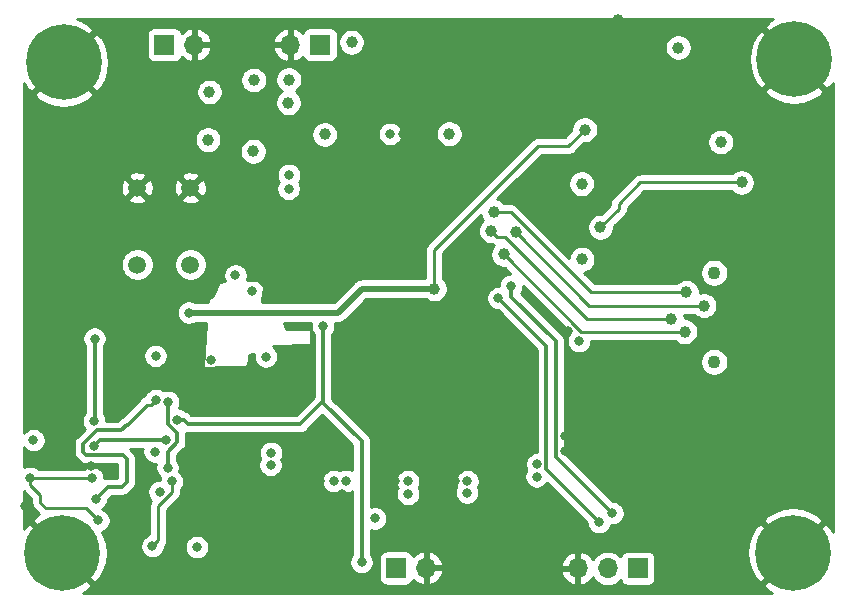
<source format=gbr>
G04 #@! TF.GenerationSoftware,KiCad,Pcbnew,(5.1.4)-1*
G04 #@! TF.CreationDate,2020-04-02T16:16:13+01:00*
G04 #@! TF.ProjectId,hydrophone_stm32_board,68796472-6f70-4686-9f6e-655f73746d33,rev?*
G04 #@! TF.SameCoordinates,Original*
G04 #@! TF.FileFunction,Copper,L4,Bot*
G04 #@! TF.FilePolarity,Positive*
%FSLAX46Y46*%
G04 Gerber Fmt 4.6, Leading zero omitted, Abs format (unit mm)*
G04 Created by KiCad (PCBNEW (5.1.4)-1) date 2020-04-02 16:16:13*
%MOMM*%
%LPD*%
G04 APERTURE LIST*
%ADD10C,1.100000*%
%ADD11C,0.800000*%
%ADD12C,6.400000*%
%ADD13O,1.700000X1.700000*%
%ADD14R,1.700000X1.700000*%
%ADD15C,1.500000*%
%ADD16C,1.000000*%
%ADD17C,0.250000*%
%ADD18C,0.500000*%
%ADD19C,0.300000*%
%ADD20C,0.254000*%
G04 APERTURE END LIST*
D10*
X101038660Y-76680060D03*
X101038660Y-69130060D03*
D11*
X109393056Y-91139944D03*
X107696000Y-90437000D03*
X105998944Y-91139944D03*
X105296000Y-92837000D03*
X105998944Y-94534056D03*
X107696000Y-95237000D03*
X109393056Y-94534056D03*
X110096000Y-92837000D03*
D12*
X107696000Y-92837000D03*
D11*
X47544056Y-91139944D03*
X45847000Y-90437000D03*
X44149944Y-91139944D03*
X43447000Y-92837000D03*
X44149944Y-94534056D03*
X45847000Y-95237000D03*
X47544056Y-94534056D03*
X48247000Y-92837000D03*
D12*
X45847000Y-92837000D03*
D11*
X47671056Y-49610944D03*
X45974000Y-48908000D03*
X44276944Y-49610944D03*
X43574000Y-51308000D03*
X44276944Y-53005056D03*
X45974000Y-53708000D03*
X47671056Y-53005056D03*
X48374000Y-51308000D03*
D12*
X45974000Y-51308000D03*
D11*
X109520056Y-49356944D03*
X107823000Y-48654000D03*
X106125944Y-49356944D03*
X105423000Y-51054000D03*
X106125944Y-52751056D03*
X107823000Y-53454000D03*
X109520056Y-52751056D03*
X110223000Y-51054000D03*
D12*
X107823000Y-51054000D03*
D13*
X57035700Y-49832260D03*
D14*
X54495700Y-49832260D03*
X67675760Y-49806860D03*
D13*
X65135760Y-49806860D03*
D14*
X94576900Y-94152720D03*
D13*
X92036900Y-94152720D03*
X89496900Y-94152720D03*
D14*
X74112120Y-94122240D03*
D13*
X76652120Y-94122240D03*
D15*
X56692360Y-68434020D03*
X56692360Y-61934020D03*
X52192360Y-61934020D03*
X52192360Y-68434020D03*
D11*
X61900000Y-70700000D03*
X58400000Y-76500000D03*
X61900000Y-79950000D03*
D16*
X48200000Y-59910000D03*
X49560000Y-60410000D03*
X48290000Y-61190000D03*
X48070000Y-58330000D03*
X65590000Y-57230000D03*
X86940000Y-55830000D03*
X70350000Y-57470000D03*
D11*
X74680000Y-57420000D03*
X91020000Y-63340000D03*
X74010000Y-86760000D03*
X67700000Y-86760000D03*
X79070000Y-86800000D03*
X88380000Y-82980000D03*
X88410000Y-84220000D03*
X86200000Y-87770000D03*
X69500000Y-87820000D03*
X58140000Y-84520000D03*
X53740000Y-74920000D03*
D16*
X43280000Y-75920000D03*
X44170000Y-62710000D03*
X88050000Y-49960000D03*
X92920000Y-47750000D03*
X108760000Y-78110000D03*
X97750000Y-78110000D03*
X108830000Y-66950000D03*
X97770000Y-69680000D03*
X97480000Y-66650000D03*
D11*
X88650000Y-74100000D03*
X90940000Y-77410000D03*
X63000000Y-68130000D03*
X58140000Y-85790000D03*
X74680000Y-56350000D03*
X70150000Y-56290000D03*
X65630000Y-56100000D03*
X86960000Y-54700000D03*
X91040000Y-62330000D03*
X90970000Y-78470000D03*
X89660000Y-82960000D03*
X89570000Y-84240000D03*
X86140000Y-88890000D03*
X80340000Y-90200000D03*
X89540000Y-91430000D03*
X76990000Y-91340000D03*
D16*
X66660000Y-52390000D03*
D11*
X67110000Y-70820000D03*
X48300000Y-85530000D03*
X42700000Y-88900000D03*
D16*
X58190000Y-57860000D03*
X58310000Y-53820000D03*
X62070000Y-52810000D03*
X62010000Y-58850000D03*
X65030000Y-52790000D03*
X65000000Y-54730000D03*
X68060000Y-57420000D03*
X78600000Y-57370000D03*
X89820000Y-61590000D03*
X89850000Y-67980000D03*
D11*
X73610000Y-57370000D03*
X60510000Y-69340000D03*
X75110000Y-86770000D03*
X72330000Y-89920000D03*
X68830000Y-86780000D03*
X63530000Y-84380000D03*
X86070000Y-85320000D03*
X80150000Y-86770000D03*
X57250000Y-92350000D03*
X54090000Y-87680000D03*
X53660000Y-84270000D03*
X43410000Y-83300000D03*
X53750000Y-76160000D03*
X65040000Y-60830000D03*
X65020000Y-62020000D03*
X75140000Y-87840000D03*
X69890000Y-86740000D03*
X80120000Y-87750000D03*
X86010000Y-86380000D03*
X63080000Y-76220000D03*
D16*
X98000000Y-50060000D03*
X101610000Y-58060000D03*
D11*
X89610000Y-74920000D03*
X63480000Y-85400000D03*
D16*
X70340000Y-49600000D03*
X77340000Y-70490000D03*
X90080000Y-57020000D03*
D11*
X56570000Y-72510000D03*
X48540000Y-81700000D03*
X48590000Y-74710000D03*
X48900000Y-90100000D03*
X43120000Y-86490000D03*
X48377543Y-86526991D03*
X53780000Y-79910000D03*
X48700000Y-88250000D03*
X55550000Y-81590000D03*
X67930000Y-73620000D03*
X71190000Y-93640000D03*
X48550000Y-83800000D03*
X54650000Y-83270000D03*
X55120000Y-86790000D03*
X53480000Y-92270000D03*
X54760000Y-85630000D03*
X54800000Y-80050000D03*
X92420000Y-89480000D03*
X83840000Y-70230000D03*
X91300000Y-90240000D03*
X82780000Y-71270000D03*
D16*
X84250000Y-65710000D03*
X100180000Y-71910000D03*
X83240000Y-67580000D03*
X98550000Y-74120000D03*
X82180000Y-65580000D03*
X97420000Y-73060000D03*
X98680000Y-70790000D03*
X82430000Y-64010000D03*
X91409485Y-65267597D03*
X103360000Y-61480000D03*
D17*
X88690000Y-58410000D02*
X90080000Y-57020000D01*
X86110000Y-58410000D02*
X88690000Y-58410000D01*
X77340000Y-70490000D02*
X77340000Y-67180000D01*
X77340000Y-67180000D02*
X86110000Y-58410000D01*
D18*
X56570000Y-72510000D02*
X69190000Y-72510000D01*
X71210000Y-70490000D02*
X77340000Y-70490000D01*
X69190000Y-72510000D02*
X71210000Y-70490000D01*
D19*
X48370000Y-81700000D02*
X48540000Y-81700000D01*
X48590000Y-81650000D02*
X48540000Y-81700000D01*
X48590000Y-74710000D02*
X48590000Y-81650000D01*
D17*
X43156991Y-86526991D02*
X43120000Y-86490000D01*
X48377543Y-86526991D02*
X43156991Y-86526991D01*
X43120000Y-87055685D02*
X44000000Y-87935685D01*
X43120000Y-86490000D02*
X43120000Y-87055685D01*
X44000000Y-87935685D02*
X44000000Y-88600000D01*
X44470000Y-89070000D02*
X47870000Y-89070000D01*
X44000000Y-88600000D02*
X44470000Y-89070000D01*
X48900000Y-90100000D02*
X47870000Y-89070000D01*
X52980001Y-80309999D02*
X51290000Y-82000000D01*
X53380001Y-80309999D02*
X52980001Y-80309999D01*
X53780000Y-79910000D02*
X53380001Y-80309999D01*
D19*
X49700000Y-87250000D02*
X48700000Y-88250000D01*
X50900000Y-87250000D02*
X49700000Y-87250000D01*
X51290000Y-84860000D02*
X51290000Y-86860000D01*
X50980001Y-84550001D02*
X51290000Y-84860000D01*
X51290000Y-82000000D02*
X50839999Y-82450001D01*
X48789997Y-82450001D02*
X47610000Y-83629998D01*
X51290000Y-86860000D02*
X50900000Y-87250000D01*
X47610000Y-83629998D02*
X47610000Y-84290000D01*
X50839999Y-82450001D02*
X48789997Y-82450001D01*
X47610000Y-84290000D02*
X47870001Y-84550001D01*
X47870001Y-84550001D02*
X50980001Y-84550001D01*
X56115685Y-81590000D02*
X56455685Y-81930000D01*
X55550000Y-81590000D02*
X56115685Y-81590000D01*
X56455685Y-81930000D02*
X65970000Y-81930000D01*
X67930000Y-79970000D02*
X67930000Y-73620000D01*
X71190000Y-83360000D02*
X67865000Y-80035000D01*
X71190000Y-93640000D02*
X71190000Y-83360000D01*
X65970000Y-81930000D02*
X67865000Y-80035000D01*
X67865000Y-80035000D02*
X67930000Y-79970000D01*
X48550000Y-83800000D02*
X49070000Y-83280000D01*
X49070000Y-83280000D02*
X53880000Y-83280000D01*
X53880000Y-83280000D02*
X54640000Y-83280000D01*
X54640000Y-83280000D02*
X54650000Y-83270000D01*
D17*
X55120000Y-87723002D02*
X53983002Y-88860000D01*
X55120000Y-86790000D02*
X55120000Y-87723002D01*
X53983002Y-88860000D02*
X53983002Y-91766998D01*
X53983002Y-91766998D02*
X53480000Y-92270000D01*
D19*
X54800000Y-80615685D02*
X54800000Y-80050000D01*
X54799999Y-81950001D02*
X54800000Y-80615685D01*
X55570000Y-82720002D02*
X54799999Y-81950001D01*
X55570000Y-83460002D02*
X55570000Y-82720002D01*
X54760000Y-85630000D02*
X54760000Y-84270002D01*
X54760000Y-84270002D02*
X55570000Y-83460002D01*
X87629999Y-84689999D02*
X87629999Y-74930001D01*
X92420000Y-89480000D02*
X87629999Y-84689999D01*
X87629999Y-74930001D02*
X83840000Y-71140002D01*
X83840000Y-71140002D02*
X83840000Y-70230000D01*
X86820001Y-75310001D02*
X82780000Y-71270000D01*
X91300000Y-90240000D02*
X86820001Y-85760001D01*
X86820001Y-85760001D02*
X86820001Y-75310001D01*
D17*
X84250000Y-65710000D02*
X90480000Y-71940000D01*
X91120000Y-71940000D02*
X91130000Y-71950000D01*
X90480000Y-71940000D02*
X91120000Y-71940000D01*
X90960000Y-71950000D02*
X91130000Y-71950000D01*
X91130000Y-71950000D02*
X100050000Y-71950000D01*
X83240000Y-67580000D02*
X89780000Y-74120000D01*
X89780000Y-74120000D02*
X98550000Y-74120000D01*
X82679999Y-66079999D02*
X83329999Y-66079999D01*
X82180000Y-65580000D02*
X82679999Y-66079999D01*
X83329999Y-66079999D02*
X90310000Y-73060000D01*
X90310000Y-73060000D02*
X97420000Y-73060000D01*
X98680000Y-70790000D02*
X90600000Y-70790000D01*
X90600000Y-70790000D02*
X83820000Y-64010000D01*
X83820000Y-64010000D02*
X82430000Y-64010000D01*
X91409485Y-65267597D02*
X92960000Y-63717082D01*
X92960000Y-63717082D02*
X92960000Y-63320000D01*
X92960000Y-63320000D02*
X94800000Y-61480000D01*
X94800000Y-61480000D02*
X103360000Y-61480000D01*
D20*
G36*
X106048037Y-47654455D02*
G01*
X105702330Y-47836445D01*
X105661912Y-47863452D01*
X105301724Y-48353119D01*
X107823000Y-50874395D01*
X107837143Y-50860253D01*
X108016748Y-51039858D01*
X108002605Y-51054000D01*
X110523881Y-53575276D01*
X111013548Y-53215088D01*
X111099000Y-53057616D01*
X111082636Y-91037516D01*
X110913555Y-90716330D01*
X110886548Y-90675912D01*
X110396881Y-90315724D01*
X107875605Y-92837000D01*
X107889748Y-92851143D01*
X107710143Y-93030748D01*
X107696000Y-93016605D01*
X105174724Y-95537881D01*
X105534912Y-96027548D01*
X105928266Y-96241000D01*
X91820724Y-96241000D01*
X47644076Y-96224904D01*
X47967670Y-96054555D01*
X48008088Y-96027548D01*
X48368276Y-95537881D01*
X45847000Y-93016605D01*
X45832858Y-93030748D01*
X45653253Y-92851143D01*
X45667395Y-92837000D01*
X43146119Y-90315724D01*
X42656452Y-90675912D01*
X42570548Y-90834217D01*
X42571411Y-87585220D01*
X42580000Y-87595686D01*
X42608998Y-87619484D01*
X43240000Y-88250487D01*
X43240000Y-88562678D01*
X43236324Y-88600000D01*
X43240000Y-88637322D01*
X43240000Y-88637333D01*
X43250997Y-88748986D01*
X43276284Y-88832345D01*
X43294454Y-88892246D01*
X43365026Y-89024276D01*
X43431090Y-89104774D01*
X43460000Y-89140001D01*
X43488998Y-89163799D01*
X43869352Y-89544154D01*
X43726330Y-89619445D01*
X43685912Y-89646452D01*
X43325724Y-90136119D01*
X45847000Y-92657395D01*
X45861143Y-92643253D01*
X46040748Y-92822858D01*
X46026605Y-92837000D01*
X48547881Y-95358276D01*
X49037548Y-94998088D01*
X49397849Y-94334118D01*
X49621694Y-93612615D01*
X49700480Y-92861305D01*
X49631178Y-92109062D01*
X49416452Y-91384792D01*
X49252896Y-91074102D01*
X49390256Y-91017205D01*
X49559774Y-90903937D01*
X49703937Y-90759774D01*
X49817205Y-90590256D01*
X49895226Y-90401898D01*
X49935000Y-90201939D01*
X49935000Y-89998061D01*
X49895226Y-89798102D01*
X49817205Y-89609744D01*
X49703937Y-89440226D01*
X49559774Y-89296063D01*
X49390256Y-89182795D01*
X49252390Y-89125689D01*
X49359774Y-89053937D01*
X49503937Y-88909774D01*
X49617205Y-88740256D01*
X49695226Y-88551898D01*
X49735000Y-88351939D01*
X49735000Y-88325157D01*
X50025157Y-88035000D01*
X50861447Y-88035000D01*
X50900000Y-88038797D01*
X50938553Y-88035000D01*
X50938561Y-88035000D01*
X51053887Y-88023641D01*
X51201860Y-87978754D01*
X51338233Y-87905862D01*
X51457764Y-87807764D01*
X51482347Y-87777810D01*
X51817810Y-87442347D01*
X51847764Y-87417764D01*
X51945862Y-87298233D01*
X52018754Y-87161860D01*
X52061718Y-87020226D01*
X52063641Y-87013888D01*
X52066953Y-86980256D01*
X52075000Y-86898561D01*
X52075000Y-86898554D01*
X52078797Y-86860001D01*
X52075000Y-86821448D01*
X52075000Y-84898556D01*
X52078797Y-84860000D01*
X52075000Y-84821440D01*
X52075000Y-84821439D01*
X52067001Y-84740226D01*
X52063642Y-84706113D01*
X52018754Y-84558140D01*
X52003047Y-84528754D01*
X51945862Y-84421767D01*
X51847764Y-84302236D01*
X51817807Y-84277650D01*
X51605157Y-84065000D01*
X52645500Y-84065000D01*
X52625000Y-84168061D01*
X52625000Y-84371939D01*
X52664774Y-84571898D01*
X52742795Y-84760256D01*
X52856063Y-84929774D01*
X53000226Y-85073937D01*
X53169744Y-85187205D01*
X53358102Y-85265226D01*
X53558061Y-85305000D01*
X53761939Y-85305000D01*
X53775457Y-85302311D01*
X53764774Y-85328102D01*
X53725000Y-85528061D01*
X53725000Y-85731939D01*
X53764774Y-85931898D01*
X53842795Y-86120256D01*
X53956063Y-86289774D01*
X54100226Y-86433937D01*
X54137025Y-86458525D01*
X54124774Y-86488102D01*
X54093565Y-86645000D01*
X53988061Y-86645000D01*
X53788102Y-86684774D01*
X53599744Y-86762795D01*
X53430226Y-86876063D01*
X53286063Y-87020226D01*
X53172795Y-87189744D01*
X53094774Y-87378102D01*
X53055000Y-87578061D01*
X53055000Y-87781939D01*
X53094774Y-87981898D01*
X53172795Y-88170256D01*
X53286063Y-88339774D01*
X53363347Y-88417058D01*
X53348028Y-88435724D01*
X53310357Y-88506201D01*
X53277456Y-88567754D01*
X53233999Y-88711015D01*
X53223002Y-88822668D01*
X53223002Y-88822678D01*
X53219326Y-88860000D01*
X53223002Y-88897323D01*
X53223003Y-91265843D01*
X53178102Y-91274774D01*
X52989744Y-91352795D01*
X52820226Y-91466063D01*
X52676063Y-91610226D01*
X52562795Y-91779744D01*
X52484774Y-91968102D01*
X52445000Y-92168061D01*
X52445000Y-92371939D01*
X52484774Y-92571898D01*
X52562795Y-92760256D01*
X52676063Y-92929774D01*
X52820226Y-93073937D01*
X52989744Y-93187205D01*
X53178102Y-93265226D01*
X53378061Y-93305000D01*
X53581939Y-93305000D01*
X53781898Y-93265226D01*
X53970256Y-93187205D01*
X54139774Y-93073937D01*
X54283937Y-92929774D01*
X54397205Y-92760256D01*
X54475226Y-92571898D01*
X54515000Y-92371939D01*
X54515000Y-92313567D01*
X54523003Y-92306999D01*
X54571372Y-92248061D01*
X56215000Y-92248061D01*
X56215000Y-92451939D01*
X56254774Y-92651898D01*
X56332795Y-92840256D01*
X56446063Y-93009774D01*
X56590226Y-93153937D01*
X56759744Y-93267205D01*
X56948102Y-93345226D01*
X57148061Y-93385000D01*
X57351939Y-93385000D01*
X57551898Y-93345226D01*
X57740256Y-93267205D01*
X57909774Y-93153937D01*
X58053937Y-93009774D01*
X58167205Y-92840256D01*
X58245226Y-92651898D01*
X58285000Y-92451939D01*
X58285000Y-92248061D01*
X58245226Y-92048102D01*
X58167205Y-91859744D01*
X58053937Y-91690226D01*
X57909774Y-91546063D01*
X57740256Y-91432795D01*
X57551898Y-91354774D01*
X57351939Y-91315000D01*
X57148061Y-91315000D01*
X56948102Y-91354774D01*
X56759744Y-91432795D01*
X56590226Y-91546063D01*
X56446063Y-91690226D01*
X56332795Y-91859744D01*
X56254774Y-92048102D01*
X56215000Y-92248061D01*
X54571372Y-92248061D01*
X54617976Y-92191274D01*
X54688548Y-92059245D01*
X54732005Y-91915984D01*
X54743002Y-91804331D01*
X54743002Y-91804322D01*
X54746678Y-91766999D01*
X54743002Y-91729676D01*
X54743002Y-89174801D01*
X55631003Y-88286801D01*
X55660001Y-88263003D01*
X55691168Y-88225026D01*
X55754974Y-88147279D01*
X55825546Y-88015249D01*
X55836616Y-87978754D01*
X55869003Y-87871988D01*
X55880000Y-87760335D01*
X55880000Y-87760325D01*
X55883676Y-87723002D01*
X55880000Y-87685680D01*
X55880000Y-87493711D01*
X55923937Y-87449774D01*
X56037205Y-87280256D01*
X56115226Y-87091898D01*
X56155000Y-86891939D01*
X56155000Y-86688061D01*
X56115226Y-86488102D01*
X56037205Y-86299744D01*
X55923937Y-86130226D01*
X55779774Y-85986063D01*
X55742975Y-85961475D01*
X55755226Y-85931898D01*
X55795000Y-85731939D01*
X55795000Y-85528061D01*
X55755226Y-85328102D01*
X55742783Y-85298061D01*
X62445000Y-85298061D01*
X62445000Y-85501939D01*
X62484774Y-85701898D01*
X62562795Y-85890256D01*
X62676063Y-86059774D01*
X62820226Y-86203937D01*
X62989744Y-86317205D01*
X63178102Y-86395226D01*
X63378061Y-86435000D01*
X63581939Y-86435000D01*
X63781898Y-86395226D01*
X63970256Y-86317205D01*
X64139774Y-86203937D01*
X64283937Y-86059774D01*
X64397205Y-85890256D01*
X64475226Y-85701898D01*
X64515000Y-85501939D01*
X64515000Y-85298061D01*
X64475226Y-85098102D01*
X64406242Y-84931561D01*
X64447205Y-84870256D01*
X64525226Y-84681898D01*
X64565000Y-84481939D01*
X64565000Y-84278061D01*
X64525226Y-84078102D01*
X64447205Y-83889744D01*
X64333937Y-83720226D01*
X64189774Y-83576063D01*
X64020256Y-83462795D01*
X63831898Y-83384774D01*
X63631939Y-83345000D01*
X63428061Y-83345000D01*
X63228102Y-83384774D01*
X63039744Y-83462795D01*
X62870226Y-83576063D01*
X62726063Y-83720226D01*
X62612795Y-83889744D01*
X62534774Y-84078102D01*
X62495000Y-84278061D01*
X62495000Y-84481939D01*
X62534774Y-84681898D01*
X62603758Y-84848439D01*
X62562795Y-84909744D01*
X62484774Y-85098102D01*
X62445000Y-85298061D01*
X55742783Y-85298061D01*
X55677205Y-85139744D01*
X55563937Y-84970226D01*
X55545000Y-84951289D01*
X55545000Y-84595159D01*
X56097817Y-84042343D01*
X56127764Y-84017766D01*
X56225862Y-83898235D01*
X56298754Y-83761862D01*
X56299241Y-83760256D01*
X56343642Y-83613889D01*
X56353247Y-83516359D01*
X56355000Y-83498563D01*
X56355000Y-83498558D01*
X56358797Y-83460002D01*
X56355000Y-83421447D01*
X56355000Y-82758558D01*
X56358797Y-82720002D01*
X56357728Y-82709150D01*
X56376711Y-82711020D01*
X56417124Y-82715000D01*
X56417129Y-82715000D01*
X56455685Y-82718797D01*
X56494241Y-82715000D01*
X65931447Y-82715000D01*
X65970000Y-82718797D01*
X66008553Y-82715000D01*
X66008561Y-82715000D01*
X66123887Y-82703641D01*
X66271860Y-82658754D01*
X66408233Y-82585862D01*
X66527764Y-82487764D01*
X66552347Y-82457810D01*
X67865000Y-81145157D01*
X70405001Y-83685159D01*
X70405001Y-85839329D01*
X70380256Y-85822795D01*
X70191898Y-85744774D01*
X69991939Y-85705000D01*
X69788061Y-85705000D01*
X69588102Y-85744774D01*
X69399744Y-85822795D01*
X69330068Y-85869351D01*
X69320256Y-85862795D01*
X69131898Y-85784774D01*
X68931939Y-85745000D01*
X68728061Y-85745000D01*
X68528102Y-85784774D01*
X68339744Y-85862795D01*
X68170226Y-85976063D01*
X68026063Y-86120226D01*
X67912795Y-86289744D01*
X67834774Y-86478102D01*
X67795000Y-86678061D01*
X67795000Y-86881939D01*
X67834774Y-87081898D01*
X67912795Y-87270256D01*
X68026063Y-87439774D01*
X68170226Y-87583937D01*
X68339744Y-87697205D01*
X68528102Y-87775226D01*
X68728061Y-87815000D01*
X68931939Y-87815000D01*
X69131898Y-87775226D01*
X69320256Y-87697205D01*
X69389932Y-87650649D01*
X69399744Y-87657205D01*
X69588102Y-87735226D01*
X69788061Y-87775000D01*
X69991939Y-87775000D01*
X70191898Y-87735226D01*
X70380256Y-87657205D01*
X70405001Y-87640671D01*
X70405000Y-92961289D01*
X70386063Y-92980226D01*
X70272795Y-93149744D01*
X70194774Y-93338102D01*
X70155000Y-93538061D01*
X70155000Y-93741939D01*
X70194774Y-93941898D01*
X70272795Y-94130256D01*
X70386063Y-94299774D01*
X70530226Y-94443937D01*
X70699744Y-94557205D01*
X70888102Y-94635226D01*
X71088061Y-94675000D01*
X71291939Y-94675000D01*
X71491898Y-94635226D01*
X71680256Y-94557205D01*
X71849774Y-94443937D01*
X71993937Y-94299774D01*
X72107205Y-94130256D01*
X72185226Y-93941898D01*
X72225000Y-93741939D01*
X72225000Y-93538061D01*
X72185226Y-93338102D01*
X72157945Y-93272240D01*
X72624048Y-93272240D01*
X72624048Y-94972240D01*
X72636308Y-95096722D01*
X72672618Y-95216420D01*
X72731583Y-95326734D01*
X72810935Y-95423425D01*
X72907626Y-95502777D01*
X73017940Y-95561742D01*
X73137638Y-95598052D01*
X73262120Y-95610312D01*
X74962120Y-95610312D01*
X75086602Y-95598052D01*
X75206300Y-95561742D01*
X75316614Y-95502777D01*
X75413305Y-95423425D01*
X75492657Y-95326734D01*
X75551622Y-95216420D01*
X75576086Y-95135774D01*
X75651851Y-95219828D01*
X75885200Y-95393881D01*
X76148021Y-95519065D01*
X76295230Y-95563716D01*
X76525120Y-95442395D01*
X76525120Y-94249240D01*
X76779120Y-94249240D01*
X76779120Y-95442395D01*
X77009010Y-95563716D01*
X77156219Y-95519065D01*
X77419040Y-95393881D01*
X77652389Y-95219828D01*
X77847298Y-95003595D01*
X77996277Y-94753492D01*
X78082788Y-94509611D01*
X88055419Y-94509611D01*
X88152743Y-94783972D01*
X88301722Y-95034075D01*
X88496631Y-95250308D01*
X88729980Y-95424361D01*
X88992801Y-95549545D01*
X89140010Y-95594196D01*
X89369900Y-95472875D01*
X89369900Y-94279720D01*
X88176086Y-94279720D01*
X88055419Y-94509611D01*
X78082788Y-94509611D01*
X78093601Y-94479131D01*
X77972934Y-94249240D01*
X76779120Y-94249240D01*
X76525120Y-94249240D01*
X76505120Y-94249240D01*
X76505120Y-93995240D01*
X76525120Y-93995240D01*
X76525120Y-92802085D01*
X76779120Y-92802085D01*
X76779120Y-93995240D01*
X77972934Y-93995240D01*
X78077602Y-93795829D01*
X88055419Y-93795829D01*
X88176086Y-94025720D01*
X89369900Y-94025720D01*
X89369900Y-92832565D01*
X89623900Y-92832565D01*
X89623900Y-94025720D01*
X89643900Y-94025720D01*
X89643900Y-94279720D01*
X89623900Y-94279720D01*
X89623900Y-95472875D01*
X89853790Y-95594196D01*
X90000999Y-95549545D01*
X90263820Y-95424361D01*
X90497169Y-95250308D01*
X90692078Y-95034075D01*
X90761699Y-94917197D01*
X90796194Y-94981734D01*
X90981766Y-95207854D01*
X91207886Y-95393426D01*
X91465866Y-95531319D01*
X91745789Y-95616233D01*
X91963950Y-95637720D01*
X92109850Y-95637720D01*
X92328011Y-95616233D01*
X92607934Y-95531319D01*
X92865914Y-95393426D01*
X93092034Y-95207854D01*
X93116507Y-95178033D01*
X93137398Y-95246900D01*
X93196363Y-95357214D01*
X93275715Y-95453905D01*
X93372406Y-95533257D01*
X93482720Y-95592222D01*
X93602418Y-95628532D01*
X93726900Y-95640792D01*
X95426900Y-95640792D01*
X95551382Y-95628532D01*
X95671080Y-95592222D01*
X95781394Y-95533257D01*
X95878085Y-95453905D01*
X95957437Y-95357214D01*
X96016402Y-95246900D01*
X96052712Y-95127202D01*
X96064972Y-95002720D01*
X96064972Y-93302720D01*
X96052712Y-93178238D01*
X96016402Y-93058540D01*
X95957437Y-92948226D01*
X95878085Y-92851535D01*
X95830759Y-92812695D01*
X103842520Y-92812695D01*
X103911822Y-93564938D01*
X104126548Y-94289208D01*
X104478445Y-94957670D01*
X104505452Y-94998088D01*
X104995119Y-95358276D01*
X107516395Y-92837000D01*
X104995119Y-90315724D01*
X104505452Y-90675912D01*
X104145151Y-91339882D01*
X103921306Y-92061385D01*
X103842520Y-92812695D01*
X95830759Y-92812695D01*
X95781394Y-92772183D01*
X95671080Y-92713218D01*
X95551382Y-92676908D01*
X95426900Y-92664648D01*
X93726900Y-92664648D01*
X93602418Y-92676908D01*
X93482720Y-92713218D01*
X93372406Y-92772183D01*
X93275715Y-92851535D01*
X93196363Y-92948226D01*
X93137398Y-93058540D01*
X93116507Y-93127407D01*
X93092034Y-93097586D01*
X92865914Y-92912014D01*
X92607934Y-92774121D01*
X92328011Y-92689207D01*
X92109850Y-92667720D01*
X91963950Y-92667720D01*
X91745789Y-92689207D01*
X91465866Y-92774121D01*
X91207886Y-92912014D01*
X90981766Y-93097586D01*
X90796194Y-93323706D01*
X90761699Y-93388243D01*
X90692078Y-93271365D01*
X90497169Y-93055132D01*
X90263820Y-92881079D01*
X90000999Y-92755895D01*
X89853790Y-92711244D01*
X89623900Y-92832565D01*
X89369900Y-92832565D01*
X89140010Y-92711244D01*
X88992801Y-92755895D01*
X88729980Y-92881079D01*
X88496631Y-93055132D01*
X88301722Y-93271365D01*
X88152743Y-93521468D01*
X88055419Y-93795829D01*
X78077602Y-93795829D01*
X78093601Y-93765349D01*
X77996277Y-93490988D01*
X77847298Y-93240885D01*
X77652389Y-93024652D01*
X77419040Y-92850599D01*
X77156219Y-92725415D01*
X77009010Y-92680764D01*
X76779120Y-92802085D01*
X76525120Y-92802085D01*
X76295230Y-92680764D01*
X76148021Y-92725415D01*
X75885200Y-92850599D01*
X75651851Y-93024652D01*
X75576086Y-93108706D01*
X75551622Y-93028060D01*
X75492657Y-92917746D01*
X75413305Y-92821055D01*
X75316614Y-92741703D01*
X75206300Y-92682738D01*
X75086602Y-92646428D01*
X74962120Y-92634168D01*
X73262120Y-92634168D01*
X73137638Y-92646428D01*
X73017940Y-92682738D01*
X72907626Y-92741703D01*
X72810935Y-92821055D01*
X72731583Y-92917746D01*
X72672618Y-93028060D01*
X72636308Y-93147758D01*
X72624048Y-93272240D01*
X72157945Y-93272240D01*
X72107205Y-93149744D01*
X71993937Y-92980226D01*
X71975000Y-92961289D01*
X71975000Y-90893230D01*
X72028102Y-90915226D01*
X72228061Y-90955000D01*
X72431939Y-90955000D01*
X72631898Y-90915226D01*
X72820256Y-90837205D01*
X72989774Y-90723937D01*
X73133937Y-90579774D01*
X73247205Y-90410256D01*
X73325226Y-90221898D01*
X73365000Y-90021939D01*
X73365000Y-89818061D01*
X73325226Y-89618102D01*
X73247205Y-89429744D01*
X73133937Y-89260226D01*
X72989774Y-89116063D01*
X72820256Y-89002795D01*
X72631898Y-88924774D01*
X72431939Y-88885000D01*
X72228061Y-88885000D01*
X72028102Y-88924774D01*
X71975000Y-88946770D01*
X71975000Y-86668061D01*
X74075000Y-86668061D01*
X74075000Y-86871939D01*
X74114774Y-87071898D01*
X74192795Y-87260256D01*
X74237692Y-87327449D01*
X74222795Y-87349744D01*
X74144774Y-87538102D01*
X74105000Y-87738061D01*
X74105000Y-87941939D01*
X74144774Y-88141898D01*
X74222795Y-88330256D01*
X74336063Y-88499774D01*
X74480226Y-88643937D01*
X74649744Y-88757205D01*
X74838102Y-88835226D01*
X75038061Y-88875000D01*
X75241939Y-88875000D01*
X75441898Y-88835226D01*
X75630256Y-88757205D01*
X75799774Y-88643937D01*
X75943937Y-88499774D01*
X76057205Y-88330256D01*
X76135226Y-88141898D01*
X76175000Y-87941939D01*
X76175000Y-87738061D01*
X76157099Y-87648061D01*
X79085000Y-87648061D01*
X79085000Y-87851939D01*
X79124774Y-88051898D01*
X79202795Y-88240256D01*
X79316063Y-88409774D01*
X79460226Y-88553937D01*
X79629744Y-88667205D01*
X79818102Y-88745226D01*
X80018061Y-88785000D01*
X80221939Y-88785000D01*
X80421898Y-88745226D01*
X80610256Y-88667205D01*
X80779774Y-88553937D01*
X80923937Y-88409774D01*
X81037205Y-88240256D01*
X81115226Y-88051898D01*
X81155000Y-87851939D01*
X81155000Y-87648061D01*
X81115226Y-87448102D01*
X81048816Y-87287776D01*
X81067205Y-87260256D01*
X81145226Y-87071898D01*
X81185000Y-86871939D01*
X81185000Y-86668061D01*
X81145226Y-86468102D01*
X81067205Y-86279744D01*
X80953937Y-86110226D01*
X80809774Y-85966063D01*
X80640256Y-85852795D01*
X80451898Y-85774774D01*
X80251939Y-85735000D01*
X80048061Y-85735000D01*
X79848102Y-85774774D01*
X79659744Y-85852795D01*
X79490226Y-85966063D01*
X79346063Y-86110226D01*
X79232795Y-86279744D01*
X79154774Y-86468102D01*
X79115000Y-86668061D01*
X79115000Y-86871939D01*
X79154774Y-87071898D01*
X79221184Y-87232224D01*
X79202795Y-87259744D01*
X79124774Y-87448102D01*
X79085000Y-87648061D01*
X76157099Y-87648061D01*
X76135226Y-87538102D01*
X76057205Y-87349744D01*
X76012308Y-87282551D01*
X76027205Y-87260256D01*
X76105226Y-87071898D01*
X76145000Y-86871939D01*
X76145000Y-86668061D01*
X76105226Y-86468102D01*
X76027205Y-86279744D01*
X75913937Y-86110226D01*
X75769774Y-85966063D01*
X75600256Y-85852795D01*
X75411898Y-85774774D01*
X75211939Y-85735000D01*
X75008061Y-85735000D01*
X74808102Y-85774774D01*
X74619744Y-85852795D01*
X74450226Y-85966063D01*
X74306063Y-86110226D01*
X74192795Y-86279744D01*
X74114774Y-86468102D01*
X74075000Y-86668061D01*
X71975000Y-86668061D01*
X71975000Y-83398552D01*
X71978797Y-83359999D01*
X71975000Y-83321446D01*
X71975000Y-83321439D01*
X71963641Y-83206113D01*
X71961199Y-83198061D01*
X71918754Y-83058140D01*
X71904967Y-83032346D01*
X71845862Y-82921767D01*
X71780207Y-82841767D01*
X71772345Y-82832187D01*
X71772342Y-82832184D01*
X71747764Y-82802236D01*
X71717816Y-82777658D01*
X68715000Y-79774843D01*
X68715000Y-74298711D01*
X68733937Y-74279774D01*
X68847205Y-74110256D01*
X68925226Y-73921898D01*
X68965000Y-73721939D01*
X68965000Y-73518061D01*
X68940522Y-73395000D01*
X69146531Y-73395000D01*
X69190000Y-73399281D01*
X69233469Y-73395000D01*
X69233477Y-73395000D01*
X69363490Y-73382195D01*
X69530313Y-73331589D01*
X69684059Y-73249411D01*
X69818817Y-73138817D01*
X69846534Y-73105044D01*
X71576579Y-71375000D01*
X76621550Y-71375000D01*
X76802376Y-71495824D01*
X77008933Y-71581383D01*
X77228212Y-71625000D01*
X77451788Y-71625000D01*
X77671067Y-71581383D01*
X77877624Y-71495824D01*
X78063520Y-71371612D01*
X78221612Y-71213520D01*
X78345824Y-71027624D01*
X78431383Y-70821067D01*
X78475000Y-70601788D01*
X78475000Y-70378212D01*
X78431383Y-70158933D01*
X78345824Y-69952376D01*
X78221612Y-69766480D01*
X78100000Y-69644868D01*
X78100000Y-67494801D01*
X81324534Y-64270267D01*
X81338617Y-64341067D01*
X81424176Y-64547624D01*
X81503791Y-64666776D01*
X81456480Y-64698388D01*
X81298388Y-64856480D01*
X81174176Y-65042376D01*
X81088617Y-65248933D01*
X81045000Y-65468212D01*
X81045000Y-65691788D01*
X81088617Y-65911067D01*
X81174176Y-66117624D01*
X81298388Y-66303520D01*
X81456480Y-66461612D01*
X81642376Y-66585824D01*
X81848933Y-66671383D01*
X82068212Y-66715000D01*
X82255774Y-66715000D01*
X82387752Y-66785545D01*
X82419648Y-66795220D01*
X82358388Y-66856480D01*
X82234176Y-67042376D01*
X82148617Y-67248933D01*
X82105000Y-67468212D01*
X82105000Y-67691788D01*
X82148617Y-67911067D01*
X82234176Y-68117624D01*
X82358388Y-68303520D01*
X82516480Y-68461612D01*
X82702376Y-68585824D01*
X82908933Y-68671383D01*
X83128212Y-68715000D01*
X83300199Y-68715000D01*
X83780199Y-69195000D01*
X83738061Y-69195000D01*
X83538102Y-69234774D01*
X83349744Y-69312795D01*
X83180226Y-69426063D01*
X83036063Y-69570226D01*
X82922795Y-69739744D01*
X82844774Y-69928102D01*
X82805000Y-70128061D01*
X82805000Y-70235000D01*
X82678061Y-70235000D01*
X82478102Y-70274774D01*
X82289744Y-70352795D01*
X82120226Y-70466063D01*
X81976063Y-70610226D01*
X81862795Y-70779744D01*
X81784774Y-70968102D01*
X81745000Y-71168061D01*
X81745000Y-71371939D01*
X81784774Y-71571898D01*
X81862795Y-71760256D01*
X81976063Y-71929774D01*
X82120226Y-72073937D01*
X82289744Y-72187205D01*
X82478102Y-72265226D01*
X82678061Y-72305000D01*
X82704843Y-72305000D01*
X86035002Y-75635160D01*
X86035001Y-84285000D01*
X85968061Y-84285000D01*
X85768102Y-84324774D01*
X85579744Y-84402795D01*
X85410226Y-84516063D01*
X85266063Y-84660226D01*
X85152795Y-84829744D01*
X85074774Y-85018102D01*
X85035000Y-85218061D01*
X85035000Y-85421939D01*
X85074774Y-85621898D01*
X85150159Y-85803892D01*
X85092795Y-85889744D01*
X85014774Y-86078102D01*
X84975000Y-86278061D01*
X84975000Y-86481939D01*
X85014774Y-86681898D01*
X85092795Y-86870256D01*
X85206063Y-87039774D01*
X85350226Y-87183937D01*
X85519744Y-87297205D01*
X85708102Y-87375226D01*
X85908061Y-87415000D01*
X86111939Y-87415000D01*
X86311898Y-87375226D01*
X86500256Y-87297205D01*
X86669774Y-87183937D01*
X86813937Y-87039774D01*
X86884304Y-86934462D01*
X90265000Y-90315158D01*
X90265000Y-90341939D01*
X90304774Y-90541898D01*
X90382795Y-90730256D01*
X90496063Y-90899774D01*
X90640226Y-91043937D01*
X90809744Y-91157205D01*
X90998102Y-91235226D01*
X91198061Y-91275000D01*
X91401939Y-91275000D01*
X91601898Y-91235226D01*
X91790256Y-91157205D01*
X91959774Y-91043937D01*
X92103937Y-90899774D01*
X92217205Y-90730256D01*
X92295226Y-90541898D01*
X92301242Y-90511654D01*
X92318061Y-90515000D01*
X92521939Y-90515000D01*
X92721898Y-90475226D01*
X92910256Y-90397205D01*
X93079774Y-90283937D01*
X93223937Y-90139774D01*
X93226379Y-90136119D01*
X105174724Y-90136119D01*
X107696000Y-92657395D01*
X110217276Y-90136119D01*
X109857088Y-89646452D01*
X109193118Y-89286151D01*
X108471615Y-89062306D01*
X107720305Y-88983520D01*
X106968062Y-89052822D01*
X106243792Y-89267548D01*
X105575330Y-89619445D01*
X105534912Y-89646452D01*
X105174724Y-90136119D01*
X93226379Y-90136119D01*
X93337205Y-89970256D01*
X93415226Y-89781898D01*
X93455000Y-89581939D01*
X93455000Y-89378061D01*
X93415226Y-89178102D01*
X93337205Y-88989744D01*
X93223937Y-88820226D01*
X93079774Y-88676063D01*
X92910256Y-88562795D01*
X92721898Y-88484774D01*
X92521939Y-88445000D01*
X92495158Y-88445000D01*
X88414999Y-84364842D01*
X88414999Y-76563348D01*
X99853660Y-76563348D01*
X99853660Y-76796772D01*
X99899199Y-77025712D01*
X99988526Y-77241368D01*
X100118210Y-77435454D01*
X100283266Y-77600510D01*
X100477352Y-77730194D01*
X100693008Y-77819521D01*
X100921948Y-77865060D01*
X101155372Y-77865060D01*
X101384312Y-77819521D01*
X101599968Y-77730194D01*
X101794054Y-77600510D01*
X101959110Y-77435454D01*
X102088794Y-77241368D01*
X102178121Y-77025712D01*
X102223660Y-76796772D01*
X102223660Y-76563348D01*
X102178121Y-76334408D01*
X102088794Y-76118752D01*
X101959110Y-75924666D01*
X101794054Y-75759610D01*
X101599968Y-75629926D01*
X101384312Y-75540599D01*
X101155372Y-75495060D01*
X100921948Y-75495060D01*
X100693008Y-75540599D01*
X100477352Y-75629926D01*
X100283266Y-75759610D01*
X100118210Y-75924666D01*
X99988526Y-76118752D01*
X99899199Y-76334408D01*
X99853660Y-76563348D01*
X88414999Y-76563348D01*
X88414999Y-74968556D01*
X88418796Y-74930001D01*
X88414999Y-74891445D01*
X88414999Y-74891440D01*
X88407169Y-74811939D01*
X88403641Y-74776114D01*
X88358753Y-74628141D01*
X88320254Y-74556114D01*
X88285861Y-74491768D01*
X88217229Y-74408141D01*
X88212344Y-74402188D01*
X88212341Y-74402185D01*
X88187763Y-74372237D01*
X88157815Y-74347659D01*
X84666364Y-70856209D01*
X84757205Y-70720256D01*
X84835226Y-70531898D01*
X84875000Y-70331939D01*
X84875000Y-70289801D01*
X88825744Y-74240545D01*
X88806063Y-74260226D01*
X88692795Y-74429744D01*
X88614774Y-74618102D01*
X88575000Y-74818061D01*
X88575000Y-75021939D01*
X88614774Y-75221898D01*
X88692795Y-75410256D01*
X88806063Y-75579774D01*
X88950226Y-75723937D01*
X89119744Y-75837205D01*
X89308102Y-75915226D01*
X89508061Y-75955000D01*
X89711939Y-75955000D01*
X89911898Y-75915226D01*
X90100256Y-75837205D01*
X90269774Y-75723937D01*
X90413937Y-75579774D01*
X90527205Y-75410256D01*
X90605226Y-75221898D01*
X90645000Y-75021939D01*
X90645000Y-74880000D01*
X97704868Y-74880000D01*
X97826480Y-75001612D01*
X98012376Y-75125824D01*
X98218933Y-75211383D01*
X98438212Y-75255000D01*
X98661788Y-75255000D01*
X98881067Y-75211383D01*
X99087624Y-75125824D01*
X99273520Y-75001612D01*
X99431612Y-74843520D01*
X99555824Y-74657624D01*
X99641383Y-74451067D01*
X99685000Y-74231788D01*
X99685000Y-74008212D01*
X99641383Y-73788933D01*
X99555824Y-73582376D01*
X99431612Y-73396480D01*
X99273520Y-73238388D01*
X99087624Y-73114176D01*
X98881067Y-73028617D01*
X98661788Y-72985000D01*
X98555000Y-72985000D01*
X98555000Y-72948212D01*
X98511383Y-72728933D01*
X98503541Y-72710000D01*
X99374868Y-72710000D01*
X99456480Y-72791612D01*
X99642376Y-72915824D01*
X99848933Y-73001383D01*
X100068212Y-73045000D01*
X100291788Y-73045000D01*
X100511067Y-73001383D01*
X100717624Y-72915824D01*
X100903520Y-72791612D01*
X101061612Y-72633520D01*
X101185824Y-72447624D01*
X101271383Y-72241067D01*
X101315000Y-72021788D01*
X101315000Y-71798212D01*
X101271383Y-71578933D01*
X101185824Y-71372376D01*
X101061612Y-71186480D01*
X100903520Y-71028388D01*
X100717624Y-70904176D01*
X100511067Y-70818617D01*
X100291788Y-70775000D01*
X100068212Y-70775000D01*
X99848933Y-70818617D01*
X99815000Y-70832673D01*
X99815000Y-70678212D01*
X99771383Y-70458933D01*
X99685824Y-70252376D01*
X99561612Y-70066480D01*
X99403520Y-69908388D01*
X99217624Y-69784176D01*
X99011067Y-69698617D01*
X98791788Y-69655000D01*
X98568212Y-69655000D01*
X98348933Y-69698617D01*
X98142376Y-69784176D01*
X97956480Y-69908388D01*
X97834868Y-70030000D01*
X90914802Y-70030000D01*
X89993495Y-69108693D01*
X90181067Y-69071383D01*
X90321175Y-69013348D01*
X99853660Y-69013348D01*
X99853660Y-69246772D01*
X99899199Y-69475712D01*
X99988526Y-69691368D01*
X100118210Y-69885454D01*
X100283266Y-70050510D01*
X100477352Y-70180194D01*
X100693008Y-70269521D01*
X100921948Y-70315060D01*
X101155372Y-70315060D01*
X101384312Y-70269521D01*
X101599968Y-70180194D01*
X101794054Y-70050510D01*
X101959110Y-69885454D01*
X102088794Y-69691368D01*
X102178121Y-69475712D01*
X102223660Y-69246772D01*
X102223660Y-69013348D01*
X102178121Y-68784408D01*
X102088794Y-68568752D01*
X101959110Y-68374666D01*
X101794054Y-68209610D01*
X101599968Y-68079926D01*
X101384312Y-67990599D01*
X101155372Y-67945060D01*
X100921948Y-67945060D01*
X100693008Y-67990599D01*
X100477352Y-68079926D01*
X100283266Y-68209610D01*
X100118210Y-68374666D01*
X99988526Y-68568752D01*
X99899199Y-68784408D01*
X99853660Y-69013348D01*
X90321175Y-69013348D01*
X90387624Y-68985824D01*
X90573520Y-68861612D01*
X90731612Y-68703520D01*
X90855824Y-68517624D01*
X90941383Y-68311067D01*
X90985000Y-68091788D01*
X90985000Y-67868212D01*
X90941383Y-67648933D01*
X90855824Y-67442376D01*
X90731612Y-67256480D01*
X90573520Y-67098388D01*
X90387624Y-66974176D01*
X90181067Y-66888617D01*
X89961788Y-66845000D01*
X89738212Y-66845000D01*
X89518933Y-66888617D01*
X89312376Y-66974176D01*
X89126480Y-67098388D01*
X88968388Y-67256480D01*
X88844176Y-67442376D01*
X88758617Y-67648933D01*
X88721307Y-67836505D01*
X86040611Y-65155809D01*
X90274485Y-65155809D01*
X90274485Y-65379385D01*
X90318102Y-65598664D01*
X90403661Y-65805221D01*
X90527873Y-65991117D01*
X90685965Y-66149209D01*
X90871861Y-66273421D01*
X91078418Y-66358980D01*
X91297697Y-66402597D01*
X91521273Y-66402597D01*
X91740552Y-66358980D01*
X91947109Y-66273421D01*
X92133005Y-66149209D01*
X92291097Y-65991117D01*
X92415309Y-65805221D01*
X92500868Y-65598664D01*
X92544485Y-65379385D01*
X92544485Y-65207398D01*
X93471004Y-64280880D01*
X93500001Y-64257083D01*
X93594974Y-64141358D01*
X93665546Y-64009329D01*
X93709003Y-63866068D01*
X93720000Y-63754415D01*
X93720000Y-63754406D01*
X93723676Y-63717083D01*
X93720000Y-63679760D01*
X93720000Y-63634801D01*
X95114802Y-62240000D01*
X102514868Y-62240000D01*
X102636480Y-62361612D01*
X102822376Y-62485824D01*
X103028933Y-62571383D01*
X103248212Y-62615000D01*
X103471788Y-62615000D01*
X103691067Y-62571383D01*
X103897624Y-62485824D01*
X104083520Y-62361612D01*
X104241612Y-62203520D01*
X104365824Y-62017624D01*
X104451383Y-61811067D01*
X104495000Y-61591788D01*
X104495000Y-61368212D01*
X104451383Y-61148933D01*
X104365824Y-60942376D01*
X104241612Y-60756480D01*
X104083520Y-60598388D01*
X103897624Y-60474176D01*
X103691067Y-60388617D01*
X103471788Y-60345000D01*
X103248212Y-60345000D01*
X103028933Y-60388617D01*
X102822376Y-60474176D01*
X102636480Y-60598388D01*
X102514868Y-60720000D01*
X94837323Y-60720000D01*
X94800000Y-60716324D01*
X94762677Y-60720000D01*
X94762667Y-60720000D01*
X94651014Y-60730997D01*
X94507753Y-60774454D01*
X94375723Y-60845026D01*
X94349582Y-60866480D01*
X94259999Y-60939999D01*
X94236201Y-60968997D01*
X92449001Y-62756198D01*
X92419999Y-62779999D01*
X92325026Y-62895724D01*
X92254454Y-63027753D01*
X92210997Y-63171014D01*
X92200000Y-63282667D01*
X92200000Y-63282678D01*
X92196324Y-63320000D01*
X92200000Y-63357322D01*
X92200000Y-63402280D01*
X91469684Y-64132597D01*
X91297697Y-64132597D01*
X91078418Y-64176214D01*
X90871861Y-64261773D01*
X90685965Y-64385985D01*
X90527873Y-64544077D01*
X90403661Y-64729973D01*
X90318102Y-64936530D01*
X90274485Y-65155809D01*
X86040611Y-65155809D01*
X84383804Y-63499003D01*
X84360001Y-63469999D01*
X84244276Y-63375026D01*
X84112247Y-63304454D01*
X83968986Y-63260997D01*
X83857333Y-63250000D01*
X83857322Y-63250000D01*
X83820000Y-63246324D01*
X83782678Y-63250000D01*
X83275132Y-63250000D01*
X83153520Y-63128388D01*
X82967624Y-63004176D01*
X82761067Y-62918617D01*
X82690267Y-62904534D01*
X84116589Y-61478212D01*
X88685000Y-61478212D01*
X88685000Y-61701788D01*
X88728617Y-61921067D01*
X88814176Y-62127624D01*
X88938388Y-62313520D01*
X89096480Y-62471612D01*
X89282376Y-62595824D01*
X89488933Y-62681383D01*
X89708212Y-62725000D01*
X89931788Y-62725000D01*
X90151067Y-62681383D01*
X90357624Y-62595824D01*
X90543520Y-62471612D01*
X90701612Y-62313520D01*
X90825824Y-62127624D01*
X90911383Y-61921067D01*
X90955000Y-61701788D01*
X90955000Y-61478212D01*
X90911383Y-61258933D01*
X90825824Y-61052376D01*
X90701612Y-60866480D01*
X90543520Y-60708388D01*
X90357624Y-60584176D01*
X90151067Y-60498617D01*
X89931788Y-60455000D01*
X89708212Y-60455000D01*
X89488933Y-60498617D01*
X89282376Y-60584176D01*
X89096480Y-60708388D01*
X88938388Y-60866480D01*
X88814176Y-61052376D01*
X88728617Y-61258933D01*
X88685000Y-61478212D01*
X84116589Y-61478212D01*
X86424802Y-59170000D01*
X88652678Y-59170000D01*
X88690000Y-59173676D01*
X88727322Y-59170000D01*
X88727333Y-59170000D01*
X88838986Y-59159003D01*
X88982247Y-59115546D01*
X89114276Y-59044974D01*
X89230001Y-58950001D01*
X89253804Y-58920997D01*
X90019802Y-58155000D01*
X90191788Y-58155000D01*
X90411067Y-58111383D01*
X90617624Y-58025824D01*
X90733778Y-57948212D01*
X100475000Y-57948212D01*
X100475000Y-58171788D01*
X100518617Y-58391067D01*
X100604176Y-58597624D01*
X100728388Y-58783520D01*
X100886480Y-58941612D01*
X101072376Y-59065824D01*
X101278933Y-59151383D01*
X101498212Y-59195000D01*
X101721788Y-59195000D01*
X101941067Y-59151383D01*
X102147624Y-59065824D01*
X102333520Y-58941612D01*
X102491612Y-58783520D01*
X102615824Y-58597624D01*
X102701383Y-58391067D01*
X102745000Y-58171788D01*
X102745000Y-57948212D01*
X102701383Y-57728933D01*
X102615824Y-57522376D01*
X102491612Y-57336480D01*
X102333520Y-57178388D01*
X102147624Y-57054176D01*
X101941067Y-56968617D01*
X101721788Y-56925000D01*
X101498212Y-56925000D01*
X101278933Y-56968617D01*
X101072376Y-57054176D01*
X100886480Y-57178388D01*
X100728388Y-57336480D01*
X100604176Y-57522376D01*
X100518617Y-57728933D01*
X100475000Y-57948212D01*
X90733778Y-57948212D01*
X90803520Y-57901612D01*
X90961612Y-57743520D01*
X91085824Y-57557624D01*
X91171383Y-57351067D01*
X91215000Y-57131788D01*
X91215000Y-56908212D01*
X91171383Y-56688933D01*
X91085824Y-56482376D01*
X90961612Y-56296480D01*
X90803520Y-56138388D01*
X90617624Y-56014176D01*
X90411067Y-55928617D01*
X90191788Y-55885000D01*
X89968212Y-55885000D01*
X89748933Y-55928617D01*
X89542376Y-56014176D01*
X89356480Y-56138388D01*
X89198388Y-56296480D01*
X89074176Y-56482376D01*
X88988617Y-56688933D01*
X88945000Y-56908212D01*
X88945000Y-57080198D01*
X88375199Y-57650000D01*
X86147323Y-57650000D01*
X86110000Y-57646324D01*
X86072677Y-57650000D01*
X86072667Y-57650000D01*
X85961014Y-57660997D01*
X85828919Y-57701067D01*
X85817753Y-57704454D01*
X85685723Y-57775026D01*
X85602083Y-57843668D01*
X85569999Y-57869999D01*
X85546201Y-57898997D01*
X76828998Y-66616201D01*
X76800000Y-66639999D01*
X76776202Y-66668997D01*
X76776201Y-66668998D01*
X76705026Y-66755724D01*
X76634454Y-66887754D01*
X76608239Y-66974176D01*
X76595492Y-67016201D01*
X76590998Y-67031015D01*
X76576324Y-67180000D01*
X76580001Y-67217332D01*
X76580000Y-69605000D01*
X71253465Y-69605000D01*
X71209999Y-69600719D01*
X71166533Y-69605000D01*
X71166523Y-69605000D01*
X71036510Y-69617805D01*
X70869687Y-69668411D01*
X70715941Y-69750589D01*
X70715939Y-69750590D01*
X70715940Y-69750590D01*
X70614953Y-69833468D01*
X70614951Y-69833470D01*
X70581183Y-69861183D01*
X70553470Y-69894951D01*
X68823422Y-71625000D01*
X62727000Y-71625000D01*
X62727000Y-71412577D01*
X62924534Y-70424907D01*
X62927000Y-70400133D01*
X62924586Y-70375354D01*
X62917383Y-70351522D01*
X62899170Y-70320664D01*
X62499170Y-69820664D01*
X62481787Y-69802841D01*
X62461261Y-69788752D01*
X62438380Y-69778938D01*
X62407458Y-69773219D01*
X61473585Y-69718285D01*
X61505226Y-69641898D01*
X61545000Y-69441939D01*
X61545000Y-69238061D01*
X61505226Y-69038102D01*
X61427205Y-68849744D01*
X61313937Y-68680226D01*
X61169774Y-68536063D01*
X61000256Y-68422795D01*
X60811898Y-68344774D01*
X60611939Y-68305000D01*
X60408061Y-68305000D01*
X60208102Y-68344774D01*
X60019744Y-68422795D01*
X59850226Y-68536063D01*
X59706063Y-68680226D01*
X59592795Y-68849744D01*
X59514774Y-69038102D01*
X59475000Y-69238061D01*
X59475000Y-69441939D01*
X59514774Y-69641898D01*
X59588574Y-69820066D01*
X59183215Y-69874114D01*
X59158979Y-69879807D01*
X59136318Y-69890120D01*
X59116105Y-69904655D01*
X59099117Y-69922854D01*
X59083946Y-69948420D01*
X58683946Y-70848420D01*
X58679517Y-70859839D01*
X58596152Y-71109934D01*
X58243204Y-71286408D01*
X58222134Y-71299671D01*
X58204057Y-71316789D01*
X58189667Y-71337106D01*
X58179517Y-71359839D01*
X58173312Y-71391110D01*
X58156899Y-71625000D01*
X57108454Y-71625000D01*
X57060256Y-71592795D01*
X56871898Y-71514774D01*
X56671939Y-71475000D01*
X56468061Y-71475000D01*
X56268102Y-71514774D01*
X56079744Y-71592795D01*
X55910226Y-71706063D01*
X55766063Y-71850226D01*
X55652795Y-72019744D01*
X55574774Y-72208102D01*
X55535000Y-72408061D01*
X55535000Y-72611939D01*
X55574774Y-72811898D01*
X55652795Y-73000256D01*
X55766063Y-73169774D01*
X55910226Y-73313937D01*
X56079744Y-73427205D01*
X56268102Y-73505226D01*
X56468061Y-73545000D01*
X56671939Y-73545000D01*
X56871898Y-73505226D01*
X57060256Y-73427205D01*
X57108454Y-73395000D01*
X58032688Y-73395000D01*
X57773312Y-77091110D01*
X57774011Y-77115996D01*
X57779553Y-77140268D01*
X57789723Y-77162992D01*
X57804131Y-77183296D01*
X57822224Y-77200398D01*
X57843305Y-77213643D01*
X57866565Y-77222520D01*
X57891110Y-77226688D01*
X57907922Y-77226753D01*
X59503970Y-77127000D01*
X61400000Y-77127000D01*
X61424776Y-77124560D01*
X61448601Y-77117333D01*
X61470557Y-77105597D01*
X61489803Y-77089803D01*
X61505597Y-77070557D01*
X61517333Y-77048601D01*
X61523208Y-77030802D01*
X61623208Y-76630802D01*
X61627000Y-76600000D01*
X61627000Y-76320610D01*
X61698437Y-76106299D01*
X62030802Y-76023208D01*
X62054247Y-76014832D01*
X62067059Y-76007160D01*
X62045000Y-76118061D01*
X62045000Y-76321939D01*
X62084774Y-76521898D01*
X62162795Y-76710256D01*
X62276063Y-76879774D01*
X62420226Y-77023937D01*
X62589744Y-77137205D01*
X62778102Y-77215226D01*
X62978061Y-77255000D01*
X63181939Y-77255000D01*
X63381898Y-77215226D01*
X63570256Y-77137205D01*
X63739774Y-77023937D01*
X63883937Y-76879774D01*
X63997205Y-76710256D01*
X64075226Y-76521898D01*
X64115000Y-76321939D01*
X64115000Y-76118061D01*
X64075226Y-75918102D01*
X63997205Y-75729744D01*
X63883937Y-75560226D01*
X63739774Y-75416063D01*
X63669947Y-75369406D01*
X66805767Y-75226869D01*
X66830407Y-75223306D01*
X66853878Y-75215005D01*
X66875280Y-75202284D01*
X66893788Y-75185632D01*
X66908692Y-75165690D01*
X66919419Y-75143223D01*
X66925556Y-75119095D01*
X66927000Y-75100000D01*
X66927000Y-74000000D01*
X66924560Y-73975224D01*
X66917333Y-73951399D01*
X66905597Y-73929443D01*
X66889803Y-73910197D01*
X66870557Y-73894403D01*
X66848601Y-73882667D01*
X66824776Y-73875440D01*
X66800000Y-73873000D01*
X64791537Y-73873000D01*
X64632203Y-73395000D01*
X66919478Y-73395000D01*
X66895000Y-73518061D01*
X66895000Y-73721939D01*
X66934774Y-73921898D01*
X67012795Y-74110256D01*
X67126063Y-74279774D01*
X67145001Y-74298712D01*
X67145000Y-79644843D01*
X65644843Y-81145000D01*
X56780842Y-81145000D01*
X56698032Y-81062191D01*
X56673449Y-81032236D01*
X56553918Y-80934138D01*
X56417545Y-80861246D01*
X56269572Y-80816359D01*
X56236847Y-80813136D01*
X56209774Y-80786063D01*
X56040256Y-80672795D01*
X55851898Y-80594774D01*
X55700852Y-80564729D01*
X55717205Y-80540256D01*
X55795226Y-80351898D01*
X55835000Y-80151939D01*
X55835000Y-79948061D01*
X55795226Y-79748102D01*
X55717205Y-79559744D01*
X55603937Y-79390226D01*
X55459774Y-79246063D01*
X55290256Y-79132795D01*
X55101898Y-79054774D01*
X54901939Y-79015000D01*
X54698061Y-79015000D01*
X54498102Y-79054774D01*
X54414710Y-79089316D01*
X54270256Y-78992795D01*
X54081898Y-78914774D01*
X53881939Y-78875000D01*
X53678061Y-78875000D01*
X53478102Y-78914774D01*
X53289744Y-78992795D01*
X53120226Y-79106063D01*
X52976063Y-79250226D01*
X52862795Y-79419744D01*
X52800445Y-79570269D01*
X52687754Y-79604453D01*
X52555725Y-79675025D01*
X52440000Y-79769998D01*
X52416202Y-79798996D01*
X50893213Y-81321986D01*
X50851768Y-81344139D01*
X50762189Y-81417655D01*
X50514843Y-81665001D01*
X49575000Y-81665001D01*
X49575000Y-81598061D01*
X49535226Y-81398102D01*
X49457205Y-81209744D01*
X49375000Y-81086715D01*
X49375000Y-76058061D01*
X52715000Y-76058061D01*
X52715000Y-76261939D01*
X52754774Y-76461898D01*
X52832795Y-76650256D01*
X52946063Y-76819774D01*
X53090226Y-76963937D01*
X53259744Y-77077205D01*
X53448102Y-77155226D01*
X53648061Y-77195000D01*
X53851939Y-77195000D01*
X54051898Y-77155226D01*
X54240256Y-77077205D01*
X54409774Y-76963937D01*
X54553937Y-76819774D01*
X54667205Y-76650256D01*
X54745226Y-76461898D01*
X54785000Y-76261939D01*
X54785000Y-76058061D01*
X54745226Y-75858102D01*
X54667205Y-75669744D01*
X54553937Y-75500226D01*
X54409774Y-75356063D01*
X54240256Y-75242795D01*
X54051898Y-75164774D01*
X53851939Y-75125000D01*
X53648061Y-75125000D01*
X53448102Y-75164774D01*
X53259744Y-75242795D01*
X53090226Y-75356063D01*
X52946063Y-75500226D01*
X52832795Y-75669744D01*
X52754774Y-75858102D01*
X52715000Y-76058061D01*
X49375000Y-76058061D01*
X49375000Y-75388711D01*
X49393937Y-75369774D01*
X49507205Y-75200256D01*
X49585226Y-75011898D01*
X49625000Y-74811939D01*
X49625000Y-74608061D01*
X49585226Y-74408102D01*
X49507205Y-74219744D01*
X49393937Y-74050226D01*
X49249774Y-73906063D01*
X49080256Y-73792795D01*
X48891898Y-73714774D01*
X48691939Y-73675000D01*
X48488061Y-73675000D01*
X48288102Y-73714774D01*
X48099744Y-73792795D01*
X47930226Y-73906063D01*
X47786063Y-74050226D01*
X47672795Y-74219744D01*
X47594774Y-74408102D01*
X47555000Y-74608061D01*
X47555000Y-74811939D01*
X47594774Y-75011898D01*
X47672795Y-75200256D01*
X47786063Y-75369774D01*
X47805000Y-75388711D01*
X47805001Y-80971288D01*
X47736063Y-81040226D01*
X47622795Y-81209744D01*
X47544774Y-81398102D01*
X47505000Y-81598061D01*
X47505000Y-81801939D01*
X47544774Y-82001898D01*
X47622795Y-82190256D01*
X47736063Y-82359774D01*
X47753065Y-82376776D01*
X47082190Y-83047651D01*
X47052236Y-83072234D01*
X46954138Y-83191766D01*
X46881246Y-83328139D01*
X46836359Y-83476112D01*
X46825000Y-83591438D01*
X46825000Y-83591445D01*
X46821203Y-83629998D01*
X46825000Y-83668551D01*
X46825000Y-84251447D01*
X46821203Y-84290000D01*
X46825000Y-84328553D01*
X46825000Y-84328561D01*
X46836359Y-84443887D01*
X46847902Y-84481939D01*
X46881246Y-84591859D01*
X46887702Y-84603937D01*
X46954139Y-84728233D01*
X46963982Y-84740226D01*
X47027655Y-84817812D01*
X47027659Y-84817816D01*
X47052237Y-84847764D01*
X47082185Y-84872342D01*
X47287654Y-85077811D01*
X47312237Y-85107765D01*
X47431768Y-85205863D01*
X47568141Y-85278755D01*
X47602582Y-85289202D01*
X47716114Y-85323643D01*
X47791027Y-85331021D01*
X47831440Y-85335001D01*
X47831445Y-85335001D01*
X47870001Y-85338798D01*
X47908556Y-85335001D01*
X50505000Y-85335001D01*
X50505001Y-86465000D01*
X49738556Y-86465000D01*
X49700000Y-86461203D01*
X49661444Y-86465000D01*
X49661439Y-86465000D01*
X49621026Y-86468980D01*
X49546113Y-86476358D01*
X49412543Y-86516877D01*
X49412543Y-86425052D01*
X49372769Y-86225093D01*
X49294748Y-86036735D01*
X49181480Y-85867217D01*
X49037317Y-85723054D01*
X48867799Y-85609786D01*
X48679441Y-85531765D01*
X48479482Y-85491991D01*
X48275604Y-85491991D01*
X48075645Y-85531765D01*
X47887287Y-85609786D01*
X47717769Y-85723054D01*
X47673832Y-85766991D01*
X43860702Y-85766991D01*
X43779774Y-85686063D01*
X43610256Y-85572795D01*
X43421898Y-85494774D01*
X43221939Y-85455000D01*
X43018061Y-85455000D01*
X42818102Y-85494774D01*
X42629744Y-85572795D01*
X42571934Y-85611422D01*
X42572386Y-83909373D01*
X42606063Y-83959774D01*
X42750226Y-84103937D01*
X42919744Y-84217205D01*
X43108102Y-84295226D01*
X43308061Y-84335000D01*
X43511939Y-84335000D01*
X43711898Y-84295226D01*
X43900256Y-84217205D01*
X44069774Y-84103937D01*
X44213937Y-83959774D01*
X44327205Y-83790256D01*
X44405226Y-83601898D01*
X44445000Y-83401939D01*
X44445000Y-83198061D01*
X44405226Y-82998102D01*
X44327205Y-82809744D01*
X44213937Y-82640226D01*
X44069774Y-82496063D01*
X43900256Y-82382795D01*
X43711898Y-82304774D01*
X43511939Y-82265000D01*
X43308061Y-82265000D01*
X43108102Y-82304774D01*
X42919744Y-82382795D01*
X42750226Y-82496063D01*
X42606063Y-82640226D01*
X42572710Y-82690143D01*
X42576529Y-68297609D01*
X50807360Y-68297609D01*
X50807360Y-68570431D01*
X50860585Y-68838009D01*
X50964989Y-69090063D01*
X51116561Y-69316906D01*
X51309474Y-69509819D01*
X51536317Y-69661391D01*
X51788371Y-69765795D01*
X52055949Y-69819020D01*
X52328771Y-69819020D01*
X52596349Y-69765795D01*
X52848403Y-69661391D01*
X53075246Y-69509819D01*
X53268159Y-69316906D01*
X53419731Y-69090063D01*
X53524135Y-68838009D01*
X53577360Y-68570431D01*
X53577360Y-68297609D01*
X55307360Y-68297609D01*
X55307360Y-68570431D01*
X55360585Y-68838009D01*
X55464989Y-69090063D01*
X55616561Y-69316906D01*
X55809474Y-69509819D01*
X56036317Y-69661391D01*
X56288371Y-69765795D01*
X56555949Y-69819020D01*
X56828771Y-69819020D01*
X57096349Y-69765795D01*
X57348403Y-69661391D01*
X57575246Y-69509819D01*
X57768159Y-69316906D01*
X57919731Y-69090063D01*
X58024135Y-68838009D01*
X58077360Y-68570431D01*
X58077360Y-68297609D01*
X58024135Y-68030031D01*
X57919731Y-67777977D01*
X57768159Y-67551134D01*
X57575246Y-67358221D01*
X57348403Y-67206649D01*
X57096349Y-67102245D01*
X56828771Y-67049020D01*
X56555949Y-67049020D01*
X56288371Y-67102245D01*
X56036317Y-67206649D01*
X55809474Y-67358221D01*
X55616561Y-67551134D01*
X55464989Y-67777977D01*
X55360585Y-68030031D01*
X55307360Y-68297609D01*
X53577360Y-68297609D01*
X53524135Y-68030031D01*
X53419731Y-67777977D01*
X53268159Y-67551134D01*
X53075246Y-67358221D01*
X52848403Y-67206649D01*
X52596349Y-67102245D01*
X52328771Y-67049020D01*
X52055949Y-67049020D01*
X51788371Y-67102245D01*
X51536317Y-67206649D01*
X51309474Y-67358221D01*
X51116561Y-67551134D01*
X50964989Y-67777977D01*
X50860585Y-68030031D01*
X50807360Y-68297609D01*
X42576529Y-68297609D01*
X42577964Y-62891013D01*
X51414972Y-62891013D01*
X51480497Y-63129880D01*
X51727476Y-63245780D01*
X51992320Y-63311270D01*
X52264852Y-63323832D01*
X52534598Y-63282985D01*
X52791192Y-63190297D01*
X52904223Y-63129880D01*
X52969748Y-62891013D01*
X55914972Y-62891013D01*
X55980497Y-63129880D01*
X56227476Y-63245780D01*
X56492320Y-63311270D01*
X56764852Y-63323832D01*
X57034598Y-63282985D01*
X57291192Y-63190297D01*
X57404223Y-63129880D01*
X57469748Y-62891013D01*
X56692360Y-62113625D01*
X55914972Y-62891013D01*
X52969748Y-62891013D01*
X52192360Y-62113625D01*
X51414972Y-62891013D01*
X42577964Y-62891013D01*
X42578199Y-62006512D01*
X50802548Y-62006512D01*
X50843395Y-62276258D01*
X50936083Y-62532852D01*
X50996500Y-62645883D01*
X51235367Y-62711408D01*
X52012755Y-61934020D01*
X52371965Y-61934020D01*
X53149353Y-62711408D01*
X53388220Y-62645883D01*
X53504120Y-62398904D01*
X53569610Y-62134060D01*
X53575489Y-62006512D01*
X55302548Y-62006512D01*
X55343395Y-62276258D01*
X55436083Y-62532852D01*
X55496500Y-62645883D01*
X55735367Y-62711408D01*
X56512755Y-61934020D01*
X56871965Y-61934020D01*
X57649353Y-62711408D01*
X57888220Y-62645883D01*
X58004120Y-62398904D01*
X58069610Y-62134060D01*
X58079566Y-61918061D01*
X63985000Y-61918061D01*
X63985000Y-62121939D01*
X64024774Y-62321898D01*
X64102795Y-62510256D01*
X64216063Y-62679774D01*
X64360226Y-62823937D01*
X64529744Y-62937205D01*
X64718102Y-63015226D01*
X64918061Y-63055000D01*
X65121939Y-63055000D01*
X65321898Y-63015226D01*
X65510256Y-62937205D01*
X65679774Y-62823937D01*
X65823937Y-62679774D01*
X65937205Y-62510256D01*
X66015226Y-62321898D01*
X66055000Y-62121939D01*
X66055000Y-61918061D01*
X66015226Y-61718102D01*
X65937205Y-61529744D01*
X65877217Y-61439966D01*
X65957205Y-61320256D01*
X66035226Y-61131898D01*
X66075000Y-60931939D01*
X66075000Y-60728061D01*
X66035226Y-60528102D01*
X65957205Y-60339744D01*
X65843937Y-60170226D01*
X65699774Y-60026063D01*
X65530256Y-59912795D01*
X65341898Y-59834774D01*
X65141939Y-59795000D01*
X64938061Y-59795000D01*
X64738102Y-59834774D01*
X64549744Y-59912795D01*
X64380226Y-60026063D01*
X64236063Y-60170226D01*
X64122795Y-60339744D01*
X64044774Y-60528102D01*
X64005000Y-60728061D01*
X64005000Y-60931939D01*
X64044774Y-61131898D01*
X64122795Y-61320256D01*
X64182783Y-61410034D01*
X64102795Y-61529744D01*
X64024774Y-61718102D01*
X63985000Y-61918061D01*
X58079566Y-61918061D01*
X58082172Y-61861528D01*
X58041325Y-61591782D01*
X57948637Y-61335188D01*
X57888220Y-61222157D01*
X57649353Y-61156632D01*
X56871965Y-61934020D01*
X56512755Y-61934020D01*
X55735367Y-61156632D01*
X55496500Y-61222157D01*
X55380600Y-61469136D01*
X55315110Y-61733980D01*
X55302548Y-62006512D01*
X53575489Y-62006512D01*
X53582172Y-61861528D01*
X53541325Y-61591782D01*
X53448637Y-61335188D01*
X53388220Y-61222157D01*
X53149353Y-61156632D01*
X52371965Y-61934020D01*
X52012755Y-61934020D01*
X51235367Y-61156632D01*
X50996500Y-61222157D01*
X50880600Y-61469136D01*
X50815110Y-61733980D01*
X50802548Y-62006512D01*
X42578199Y-62006512D01*
X42578472Y-60977027D01*
X51414972Y-60977027D01*
X52192360Y-61754415D01*
X52969748Y-60977027D01*
X55914972Y-60977027D01*
X56692360Y-61754415D01*
X57469748Y-60977027D01*
X57404223Y-60738160D01*
X57157244Y-60622260D01*
X56892400Y-60556770D01*
X56619868Y-60544208D01*
X56350122Y-60585055D01*
X56093528Y-60677743D01*
X55980497Y-60738160D01*
X55914972Y-60977027D01*
X52969748Y-60977027D01*
X52904223Y-60738160D01*
X52657244Y-60622260D01*
X52392400Y-60556770D01*
X52119868Y-60544208D01*
X51850122Y-60585055D01*
X51593528Y-60677743D01*
X51480497Y-60738160D01*
X51414972Y-60977027D01*
X42578472Y-60977027D01*
X42579329Y-57748212D01*
X57055000Y-57748212D01*
X57055000Y-57971788D01*
X57098617Y-58191067D01*
X57184176Y-58397624D01*
X57308388Y-58583520D01*
X57466480Y-58741612D01*
X57652376Y-58865824D01*
X57858933Y-58951383D01*
X58078212Y-58995000D01*
X58301788Y-58995000D01*
X58521067Y-58951383D01*
X58727624Y-58865824D01*
X58913520Y-58741612D01*
X58916920Y-58738212D01*
X60875000Y-58738212D01*
X60875000Y-58961788D01*
X60918617Y-59181067D01*
X61004176Y-59387624D01*
X61128388Y-59573520D01*
X61286480Y-59731612D01*
X61472376Y-59855824D01*
X61678933Y-59941383D01*
X61898212Y-59985000D01*
X62121788Y-59985000D01*
X62341067Y-59941383D01*
X62547624Y-59855824D01*
X62733520Y-59731612D01*
X62891612Y-59573520D01*
X63015824Y-59387624D01*
X63101383Y-59181067D01*
X63145000Y-58961788D01*
X63145000Y-58738212D01*
X63101383Y-58518933D01*
X63015824Y-58312376D01*
X62891612Y-58126480D01*
X62733520Y-57968388D01*
X62547624Y-57844176D01*
X62341067Y-57758617D01*
X62121788Y-57715000D01*
X61898212Y-57715000D01*
X61678933Y-57758617D01*
X61472376Y-57844176D01*
X61286480Y-57968388D01*
X61128388Y-58126480D01*
X61004176Y-58312376D01*
X60918617Y-58518933D01*
X60875000Y-58738212D01*
X58916920Y-58738212D01*
X59071612Y-58583520D01*
X59195824Y-58397624D01*
X59281383Y-58191067D01*
X59325000Y-57971788D01*
X59325000Y-57748212D01*
X59281383Y-57528933D01*
X59195824Y-57322376D01*
X59186360Y-57308212D01*
X66925000Y-57308212D01*
X66925000Y-57531788D01*
X66968617Y-57751067D01*
X67054176Y-57957624D01*
X67178388Y-58143520D01*
X67336480Y-58301612D01*
X67522376Y-58425824D01*
X67728933Y-58511383D01*
X67948212Y-58555000D01*
X68171788Y-58555000D01*
X68391067Y-58511383D01*
X68597624Y-58425824D01*
X68783520Y-58301612D01*
X68941612Y-58143520D01*
X69065824Y-57957624D01*
X69151383Y-57751067D01*
X69195000Y-57531788D01*
X69195000Y-57308212D01*
X69187014Y-57268061D01*
X72575000Y-57268061D01*
X72575000Y-57471939D01*
X72614774Y-57671898D01*
X72692795Y-57860256D01*
X72806063Y-58029774D01*
X72950226Y-58173937D01*
X73119744Y-58287205D01*
X73308102Y-58365226D01*
X73508061Y-58405000D01*
X73711939Y-58405000D01*
X73911898Y-58365226D01*
X74100256Y-58287205D01*
X74269774Y-58173937D01*
X74413937Y-58029774D01*
X74527205Y-57860256D01*
X74605226Y-57671898D01*
X74645000Y-57471939D01*
X74645000Y-57268061D01*
X74643041Y-57258212D01*
X77465000Y-57258212D01*
X77465000Y-57481788D01*
X77508617Y-57701067D01*
X77594176Y-57907624D01*
X77718388Y-58093520D01*
X77876480Y-58251612D01*
X78062376Y-58375824D01*
X78268933Y-58461383D01*
X78488212Y-58505000D01*
X78711788Y-58505000D01*
X78931067Y-58461383D01*
X79137624Y-58375824D01*
X79323520Y-58251612D01*
X79481612Y-58093520D01*
X79605824Y-57907624D01*
X79691383Y-57701067D01*
X79735000Y-57481788D01*
X79735000Y-57258212D01*
X79691383Y-57038933D01*
X79605824Y-56832376D01*
X79481612Y-56646480D01*
X79323520Y-56488388D01*
X79137624Y-56364176D01*
X78931067Y-56278617D01*
X78711788Y-56235000D01*
X78488212Y-56235000D01*
X78268933Y-56278617D01*
X78062376Y-56364176D01*
X77876480Y-56488388D01*
X77718388Y-56646480D01*
X77594176Y-56832376D01*
X77508617Y-57038933D01*
X77465000Y-57258212D01*
X74643041Y-57258212D01*
X74605226Y-57068102D01*
X74527205Y-56879744D01*
X74413937Y-56710226D01*
X74269774Y-56566063D01*
X74100256Y-56452795D01*
X73911898Y-56374774D01*
X73711939Y-56335000D01*
X73508061Y-56335000D01*
X73308102Y-56374774D01*
X73119744Y-56452795D01*
X72950226Y-56566063D01*
X72806063Y-56710226D01*
X72692795Y-56879744D01*
X72614774Y-57068102D01*
X72575000Y-57268061D01*
X69187014Y-57268061D01*
X69151383Y-57088933D01*
X69065824Y-56882376D01*
X68941612Y-56696480D01*
X68783520Y-56538388D01*
X68597624Y-56414176D01*
X68391067Y-56328617D01*
X68171788Y-56285000D01*
X67948212Y-56285000D01*
X67728933Y-56328617D01*
X67522376Y-56414176D01*
X67336480Y-56538388D01*
X67178388Y-56696480D01*
X67054176Y-56882376D01*
X66968617Y-57088933D01*
X66925000Y-57308212D01*
X59186360Y-57308212D01*
X59071612Y-57136480D01*
X58913520Y-56978388D01*
X58727624Y-56854176D01*
X58521067Y-56768617D01*
X58301788Y-56725000D01*
X58078212Y-56725000D01*
X57858933Y-56768617D01*
X57652376Y-56854176D01*
X57466480Y-56978388D01*
X57308388Y-57136480D01*
X57184176Y-57322376D01*
X57098617Y-57528933D01*
X57055000Y-57748212D01*
X42579329Y-57748212D01*
X42580322Y-54008881D01*
X43452724Y-54008881D01*
X43812912Y-54498548D01*
X44476882Y-54858849D01*
X45198385Y-55082694D01*
X45949695Y-55161480D01*
X46701938Y-55092178D01*
X47426208Y-54877452D01*
X48094670Y-54525555D01*
X48135088Y-54498548D01*
X48495276Y-54008881D01*
X45974000Y-51487605D01*
X43452724Y-54008881D01*
X42580322Y-54008881D01*
X42580565Y-53094570D01*
X42756445Y-53428670D01*
X42783452Y-53469088D01*
X43273119Y-53829276D01*
X45794395Y-51308000D01*
X46153605Y-51308000D01*
X48674881Y-53829276D01*
X48839464Y-53708212D01*
X57175000Y-53708212D01*
X57175000Y-53931788D01*
X57218617Y-54151067D01*
X57304176Y-54357624D01*
X57428388Y-54543520D01*
X57586480Y-54701612D01*
X57772376Y-54825824D01*
X57978933Y-54911383D01*
X58198212Y-54955000D01*
X58421788Y-54955000D01*
X58641067Y-54911383D01*
X58847624Y-54825824D01*
X59033520Y-54701612D01*
X59116920Y-54618212D01*
X63865000Y-54618212D01*
X63865000Y-54841788D01*
X63908617Y-55061067D01*
X63994176Y-55267624D01*
X64118388Y-55453520D01*
X64276480Y-55611612D01*
X64462376Y-55735824D01*
X64668933Y-55821383D01*
X64888212Y-55865000D01*
X65111788Y-55865000D01*
X65331067Y-55821383D01*
X65537624Y-55735824D01*
X65723520Y-55611612D01*
X65881612Y-55453520D01*
X66005824Y-55267624D01*
X66091383Y-55061067D01*
X66135000Y-54841788D01*
X66135000Y-54618212D01*
X66091383Y-54398933D01*
X66005824Y-54192376D01*
X65881612Y-54006480D01*
X65723520Y-53848388D01*
X65606238Y-53770023D01*
X65628899Y-53754881D01*
X105301724Y-53754881D01*
X105661912Y-54244548D01*
X106325882Y-54604849D01*
X107047385Y-54828694D01*
X107798695Y-54907480D01*
X108550938Y-54838178D01*
X109275208Y-54623452D01*
X109943670Y-54271555D01*
X109984088Y-54244548D01*
X110344276Y-53754881D01*
X107823000Y-51233605D01*
X105301724Y-53754881D01*
X65628899Y-53754881D01*
X65753520Y-53671612D01*
X65911612Y-53513520D01*
X66035824Y-53327624D01*
X66121383Y-53121067D01*
X66165000Y-52901788D01*
X66165000Y-52678212D01*
X66121383Y-52458933D01*
X66035824Y-52252376D01*
X65911612Y-52066480D01*
X65753520Y-51908388D01*
X65567624Y-51784176D01*
X65361067Y-51698617D01*
X65141788Y-51655000D01*
X64918212Y-51655000D01*
X64698933Y-51698617D01*
X64492376Y-51784176D01*
X64306480Y-51908388D01*
X64148388Y-52066480D01*
X64024176Y-52252376D01*
X63938617Y-52458933D01*
X63895000Y-52678212D01*
X63895000Y-52901788D01*
X63938617Y-53121067D01*
X64024176Y-53327624D01*
X64148388Y-53513520D01*
X64306480Y-53671612D01*
X64423762Y-53749977D01*
X64276480Y-53848388D01*
X64118388Y-54006480D01*
X63994176Y-54192376D01*
X63908617Y-54398933D01*
X63865000Y-54618212D01*
X59116920Y-54618212D01*
X59191612Y-54543520D01*
X59315824Y-54357624D01*
X59401383Y-54151067D01*
X59445000Y-53931788D01*
X59445000Y-53708212D01*
X59401383Y-53488933D01*
X59315824Y-53282376D01*
X59191612Y-53096480D01*
X59033520Y-52938388D01*
X58847624Y-52814176D01*
X58641067Y-52728617D01*
X58488210Y-52698212D01*
X60935000Y-52698212D01*
X60935000Y-52921788D01*
X60978617Y-53141067D01*
X61064176Y-53347624D01*
X61188388Y-53533520D01*
X61346480Y-53691612D01*
X61532376Y-53815824D01*
X61738933Y-53901383D01*
X61958212Y-53945000D01*
X62181788Y-53945000D01*
X62401067Y-53901383D01*
X62607624Y-53815824D01*
X62793520Y-53691612D01*
X62951612Y-53533520D01*
X63075824Y-53347624D01*
X63161383Y-53141067D01*
X63205000Y-52921788D01*
X63205000Y-52698212D01*
X63161383Y-52478933D01*
X63075824Y-52272376D01*
X62951612Y-52086480D01*
X62793520Y-51928388D01*
X62607624Y-51804176D01*
X62401067Y-51718617D01*
X62181788Y-51675000D01*
X61958212Y-51675000D01*
X61738933Y-51718617D01*
X61532376Y-51804176D01*
X61346480Y-51928388D01*
X61188388Y-52086480D01*
X61064176Y-52272376D01*
X60978617Y-52478933D01*
X60935000Y-52698212D01*
X58488210Y-52698212D01*
X58421788Y-52685000D01*
X58198212Y-52685000D01*
X57978933Y-52728617D01*
X57772376Y-52814176D01*
X57586480Y-52938388D01*
X57428388Y-53096480D01*
X57304176Y-53282376D01*
X57218617Y-53488933D01*
X57175000Y-53708212D01*
X48839464Y-53708212D01*
X49164548Y-53469088D01*
X49524849Y-52805118D01*
X49748694Y-52083615D01*
X49827480Y-51332305D01*
X49758178Y-50580062D01*
X49543452Y-49855792D01*
X49191555Y-49187330D01*
X49164548Y-49146912D01*
X48940708Y-48982260D01*
X53007628Y-48982260D01*
X53007628Y-50682260D01*
X53019888Y-50806742D01*
X53056198Y-50926440D01*
X53115163Y-51036754D01*
X53194515Y-51133445D01*
X53291206Y-51212797D01*
X53401520Y-51271762D01*
X53521218Y-51308072D01*
X53645700Y-51320332D01*
X55345700Y-51320332D01*
X55470182Y-51308072D01*
X55589880Y-51271762D01*
X55700194Y-51212797D01*
X55796885Y-51133445D01*
X55876237Y-51036754D01*
X55935202Y-50926440D01*
X55959666Y-50845794D01*
X56035431Y-50929848D01*
X56268780Y-51103901D01*
X56531601Y-51229085D01*
X56678810Y-51273736D01*
X56908700Y-51152415D01*
X56908700Y-49959260D01*
X57162700Y-49959260D01*
X57162700Y-51152415D01*
X57392590Y-51273736D01*
X57539799Y-51229085D01*
X57802620Y-51103901D01*
X58035969Y-50929848D01*
X58230878Y-50713615D01*
X58379857Y-50463512D01*
X58477181Y-50189151D01*
X58463849Y-50163751D01*
X63694279Y-50163751D01*
X63791603Y-50438112D01*
X63940582Y-50688215D01*
X64135491Y-50904448D01*
X64368840Y-51078501D01*
X64631661Y-51203685D01*
X64778870Y-51248336D01*
X65008760Y-51127015D01*
X65008760Y-49933860D01*
X63814946Y-49933860D01*
X63694279Y-50163751D01*
X58463849Y-50163751D01*
X58356514Y-49959260D01*
X57162700Y-49959260D01*
X56908700Y-49959260D01*
X56888700Y-49959260D01*
X56888700Y-49705260D01*
X56908700Y-49705260D01*
X56908700Y-48512105D01*
X57162700Y-48512105D01*
X57162700Y-49705260D01*
X58356514Y-49705260D01*
X58477181Y-49475369D01*
X58468171Y-49449969D01*
X63694279Y-49449969D01*
X63814946Y-49679860D01*
X65008760Y-49679860D01*
X65008760Y-48486705D01*
X65262760Y-48486705D01*
X65262760Y-49679860D01*
X65282760Y-49679860D01*
X65282760Y-49933860D01*
X65262760Y-49933860D01*
X65262760Y-51127015D01*
X65492650Y-51248336D01*
X65639859Y-51203685D01*
X65902680Y-51078501D01*
X66136029Y-50904448D01*
X66211794Y-50820394D01*
X66236258Y-50901040D01*
X66295223Y-51011354D01*
X66374575Y-51108045D01*
X66471266Y-51187397D01*
X66581580Y-51246362D01*
X66701278Y-51282672D01*
X66825760Y-51294932D01*
X68525760Y-51294932D01*
X68650242Y-51282672D01*
X68769940Y-51246362D01*
X68880254Y-51187397D01*
X68976945Y-51108045D01*
X69056297Y-51011354D01*
X69115262Y-50901040D01*
X69151572Y-50781342D01*
X69163832Y-50656860D01*
X69163832Y-49488212D01*
X69205000Y-49488212D01*
X69205000Y-49711788D01*
X69248617Y-49931067D01*
X69334176Y-50137624D01*
X69458388Y-50323520D01*
X69616480Y-50481612D01*
X69802376Y-50605824D01*
X70008933Y-50691383D01*
X70228212Y-50735000D01*
X70451788Y-50735000D01*
X70671067Y-50691383D01*
X70877624Y-50605824D01*
X71063520Y-50481612D01*
X71221612Y-50323520D01*
X71345824Y-50137624D01*
X71424281Y-49948212D01*
X96865000Y-49948212D01*
X96865000Y-50171788D01*
X96908617Y-50391067D01*
X96994176Y-50597624D01*
X97118388Y-50783520D01*
X97276480Y-50941612D01*
X97462376Y-51065824D01*
X97668933Y-51151383D01*
X97888212Y-51195000D01*
X98111788Y-51195000D01*
X98331067Y-51151383D01*
X98537624Y-51065824D01*
X98591694Y-51029695D01*
X103969520Y-51029695D01*
X104038822Y-51781938D01*
X104253548Y-52506208D01*
X104605445Y-53174670D01*
X104632452Y-53215088D01*
X105122119Y-53575276D01*
X107643395Y-51054000D01*
X105122119Y-48532724D01*
X104632452Y-48892912D01*
X104272151Y-49556882D01*
X104048306Y-50278385D01*
X103969520Y-51029695D01*
X98591694Y-51029695D01*
X98723520Y-50941612D01*
X98881612Y-50783520D01*
X99005824Y-50597624D01*
X99091383Y-50391067D01*
X99135000Y-50171788D01*
X99135000Y-49948212D01*
X99091383Y-49728933D01*
X99005824Y-49522376D01*
X98881612Y-49336480D01*
X98723520Y-49178388D01*
X98537624Y-49054176D01*
X98331067Y-48968617D01*
X98111788Y-48925000D01*
X97888212Y-48925000D01*
X97668933Y-48968617D01*
X97462376Y-49054176D01*
X97276480Y-49178388D01*
X97118388Y-49336480D01*
X96994176Y-49522376D01*
X96908617Y-49728933D01*
X96865000Y-49948212D01*
X71424281Y-49948212D01*
X71431383Y-49931067D01*
X71475000Y-49711788D01*
X71475000Y-49488212D01*
X71431383Y-49268933D01*
X71345824Y-49062376D01*
X71221612Y-48876480D01*
X71063520Y-48718388D01*
X70877624Y-48594176D01*
X70671067Y-48508617D01*
X70451788Y-48465000D01*
X70228212Y-48465000D01*
X70008933Y-48508617D01*
X69802376Y-48594176D01*
X69616480Y-48718388D01*
X69458388Y-48876480D01*
X69334176Y-49062376D01*
X69248617Y-49268933D01*
X69205000Y-49488212D01*
X69163832Y-49488212D01*
X69163832Y-48956860D01*
X69151572Y-48832378D01*
X69115262Y-48712680D01*
X69056297Y-48602366D01*
X68976945Y-48505675D01*
X68880254Y-48426323D01*
X68769940Y-48367358D01*
X68650242Y-48331048D01*
X68525760Y-48318788D01*
X66825760Y-48318788D01*
X66701278Y-48331048D01*
X66581580Y-48367358D01*
X66471266Y-48426323D01*
X66374575Y-48505675D01*
X66295223Y-48602366D01*
X66236258Y-48712680D01*
X66211794Y-48793326D01*
X66136029Y-48709272D01*
X65902680Y-48535219D01*
X65639859Y-48410035D01*
X65492650Y-48365384D01*
X65262760Y-48486705D01*
X65008760Y-48486705D01*
X64778870Y-48365384D01*
X64631661Y-48410035D01*
X64368840Y-48535219D01*
X64135491Y-48709272D01*
X63940582Y-48925505D01*
X63791603Y-49175608D01*
X63694279Y-49449969D01*
X58468171Y-49449969D01*
X58379857Y-49201008D01*
X58230878Y-48950905D01*
X58035969Y-48734672D01*
X57802620Y-48560619D01*
X57539799Y-48435435D01*
X57392590Y-48390784D01*
X57162700Y-48512105D01*
X56908700Y-48512105D01*
X56678810Y-48390784D01*
X56531601Y-48435435D01*
X56268780Y-48560619D01*
X56035431Y-48734672D01*
X55959666Y-48818726D01*
X55935202Y-48738080D01*
X55876237Y-48627766D01*
X55796885Y-48531075D01*
X55700194Y-48451723D01*
X55589880Y-48392758D01*
X55470182Y-48356448D01*
X55345700Y-48344188D01*
X53645700Y-48344188D01*
X53521218Y-48356448D01*
X53401520Y-48392758D01*
X53291206Y-48451723D01*
X53194515Y-48531075D01*
X53115163Y-48627766D01*
X53056198Y-48738080D01*
X53019888Y-48857778D01*
X53007628Y-48982260D01*
X48940708Y-48982260D01*
X48674881Y-48786724D01*
X46153605Y-51308000D01*
X45794395Y-51308000D01*
X45780253Y-51293858D01*
X45959858Y-51114253D01*
X45974000Y-51128395D01*
X48495276Y-48607119D01*
X48135088Y-48117452D01*
X47471118Y-47757151D01*
X47125746Y-47650000D01*
X101853828Y-47650000D01*
X106048037Y-47654455D01*
X106048037Y-47654455D01*
G37*
X106048037Y-47654455D02*
X105702330Y-47836445D01*
X105661912Y-47863452D01*
X105301724Y-48353119D01*
X107823000Y-50874395D01*
X107837143Y-50860253D01*
X108016748Y-51039858D01*
X108002605Y-51054000D01*
X110523881Y-53575276D01*
X111013548Y-53215088D01*
X111099000Y-53057616D01*
X111082636Y-91037516D01*
X110913555Y-90716330D01*
X110886548Y-90675912D01*
X110396881Y-90315724D01*
X107875605Y-92837000D01*
X107889748Y-92851143D01*
X107710143Y-93030748D01*
X107696000Y-93016605D01*
X105174724Y-95537881D01*
X105534912Y-96027548D01*
X105928266Y-96241000D01*
X91820724Y-96241000D01*
X47644076Y-96224904D01*
X47967670Y-96054555D01*
X48008088Y-96027548D01*
X48368276Y-95537881D01*
X45847000Y-93016605D01*
X45832858Y-93030748D01*
X45653253Y-92851143D01*
X45667395Y-92837000D01*
X43146119Y-90315724D01*
X42656452Y-90675912D01*
X42570548Y-90834217D01*
X42571411Y-87585220D01*
X42580000Y-87595686D01*
X42608998Y-87619484D01*
X43240000Y-88250487D01*
X43240000Y-88562678D01*
X43236324Y-88600000D01*
X43240000Y-88637322D01*
X43240000Y-88637333D01*
X43250997Y-88748986D01*
X43276284Y-88832345D01*
X43294454Y-88892246D01*
X43365026Y-89024276D01*
X43431090Y-89104774D01*
X43460000Y-89140001D01*
X43488998Y-89163799D01*
X43869352Y-89544154D01*
X43726330Y-89619445D01*
X43685912Y-89646452D01*
X43325724Y-90136119D01*
X45847000Y-92657395D01*
X45861143Y-92643253D01*
X46040748Y-92822858D01*
X46026605Y-92837000D01*
X48547881Y-95358276D01*
X49037548Y-94998088D01*
X49397849Y-94334118D01*
X49621694Y-93612615D01*
X49700480Y-92861305D01*
X49631178Y-92109062D01*
X49416452Y-91384792D01*
X49252896Y-91074102D01*
X49390256Y-91017205D01*
X49559774Y-90903937D01*
X49703937Y-90759774D01*
X49817205Y-90590256D01*
X49895226Y-90401898D01*
X49935000Y-90201939D01*
X49935000Y-89998061D01*
X49895226Y-89798102D01*
X49817205Y-89609744D01*
X49703937Y-89440226D01*
X49559774Y-89296063D01*
X49390256Y-89182795D01*
X49252390Y-89125689D01*
X49359774Y-89053937D01*
X49503937Y-88909774D01*
X49617205Y-88740256D01*
X49695226Y-88551898D01*
X49735000Y-88351939D01*
X49735000Y-88325157D01*
X50025157Y-88035000D01*
X50861447Y-88035000D01*
X50900000Y-88038797D01*
X50938553Y-88035000D01*
X50938561Y-88035000D01*
X51053887Y-88023641D01*
X51201860Y-87978754D01*
X51338233Y-87905862D01*
X51457764Y-87807764D01*
X51482347Y-87777810D01*
X51817810Y-87442347D01*
X51847764Y-87417764D01*
X51945862Y-87298233D01*
X52018754Y-87161860D01*
X52061718Y-87020226D01*
X52063641Y-87013888D01*
X52066953Y-86980256D01*
X52075000Y-86898561D01*
X52075000Y-86898554D01*
X52078797Y-86860001D01*
X52075000Y-86821448D01*
X52075000Y-84898556D01*
X52078797Y-84860000D01*
X52075000Y-84821440D01*
X52075000Y-84821439D01*
X52067001Y-84740226D01*
X52063642Y-84706113D01*
X52018754Y-84558140D01*
X52003047Y-84528754D01*
X51945862Y-84421767D01*
X51847764Y-84302236D01*
X51817807Y-84277650D01*
X51605157Y-84065000D01*
X52645500Y-84065000D01*
X52625000Y-84168061D01*
X52625000Y-84371939D01*
X52664774Y-84571898D01*
X52742795Y-84760256D01*
X52856063Y-84929774D01*
X53000226Y-85073937D01*
X53169744Y-85187205D01*
X53358102Y-85265226D01*
X53558061Y-85305000D01*
X53761939Y-85305000D01*
X53775457Y-85302311D01*
X53764774Y-85328102D01*
X53725000Y-85528061D01*
X53725000Y-85731939D01*
X53764774Y-85931898D01*
X53842795Y-86120256D01*
X53956063Y-86289774D01*
X54100226Y-86433937D01*
X54137025Y-86458525D01*
X54124774Y-86488102D01*
X54093565Y-86645000D01*
X53988061Y-86645000D01*
X53788102Y-86684774D01*
X53599744Y-86762795D01*
X53430226Y-86876063D01*
X53286063Y-87020226D01*
X53172795Y-87189744D01*
X53094774Y-87378102D01*
X53055000Y-87578061D01*
X53055000Y-87781939D01*
X53094774Y-87981898D01*
X53172795Y-88170256D01*
X53286063Y-88339774D01*
X53363347Y-88417058D01*
X53348028Y-88435724D01*
X53310357Y-88506201D01*
X53277456Y-88567754D01*
X53233999Y-88711015D01*
X53223002Y-88822668D01*
X53223002Y-88822678D01*
X53219326Y-88860000D01*
X53223002Y-88897323D01*
X53223003Y-91265843D01*
X53178102Y-91274774D01*
X52989744Y-91352795D01*
X52820226Y-91466063D01*
X52676063Y-91610226D01*
X52562795Y-91779744D01*
X52484774Y-91968102D01*
X52445000Y-92168061D01*
X52445000Y-92371939D01*
X52484774Y-92571898D01*
X52562795Y-92760256D01*
X52676063Y-92929774D01*
X52820226Y-93073937D01*
X52989744Y-93187205D01*
X53178102Y-93265226D01*
X53378061Y-93305000D01*
X53581939Y-93305000D01*
X53781898Y-93265226D01*
X53970256Y-93187205D01*
X54139774Y-93073937D01*
X54283937Y-92929774D01*
X54397205Y-92760256D01*
X54475226Y-92571898D01*
X54515000Y-92371939D01*
X54515000Y-92313567D01*
X54523003Y-92306999D01*
X54571372Y-92248061D01*
X56215000Y-92248061D01*
X56215000Y-92451939D01*
X56254774Y-92651898D01*
X56332795Y-92840256D01*
X56446063Y-93009774D01*
X56590226Y-93153937D01*
X56759744Y-93267205D01*
X56948102Y-93345226D01*
X57148061Y-93385000D01*
X57351939Y-93385000D01*
X57551898Y-93345226D01*
X57740256Y-93267205D01*
X57909774Y-93153937D01*
X58053937Y-93009774D01*
X58167205Y-92840256D01*
X58245226Y-92651898D01*
X58285000Y-92451939D01*
X58285000Y-92248061D01*
X58245226Y-92048102D01*
X58167205Y-91859744D01*
X58053937Y-91690226D01*
X57909774Y-91546063D01*
X57740256Y-91432795D01*
X57551898Y-91354774D01*
X57351939Y-91315000D01*
X57148061Y-91315000D01*
X56948102Y-91354774D01*
X56759744Y-91432795D01*
X56590226Y-91546063D01*
X56446063Y-91690226D01*
X56332795Y-91859744D01*
X56254774Y-92048102D01*
X56215000Y-92248061D01*
X54571372Y-92248061D01*
X54617976Y-92191274D01*
X54688548Y-92059245D01*
X54732005Y-91915984D01*
X54743002Y-91804331D01*
X54743002Y-91804322D01*
X54746678Y-91766999D01*
X54743002Y-91729676D01*
X54743002Y-89174801D01*
X55631003Y-88286801D01*
X55660001Y-88263003D01*
X55691168Y-88225026D01*
X55754974Y-88147279D01*
X55825546Y-88015249D01*
X55836616Y-87978754D01*
X55869003Y-87871988D01*
X55880000Y-87760335D01*
X55880000Y-87760325D01*
X55883676Y-87723002D01*
X55880000Y-87685680D01*
X55880000Y-87493711D01*
X55923937Y-87449774D01*
X56037205Y-87280256D01*
X56115226Y-87091898D01*
X56155000Y-86891939D01*
X56155000Y-86688061D01*
X56115226Y-86488102D01*
X56037205Y-86299744D01*
X55923937Y-86130226D01*
X55779774Y-85986063D01*
X55742975Y-85961475D01*
X55755226Y-85931898D01*
X55795000Y-85731939D01*
X55795000Y-85528061D01*
X55755226Y-85328102D01*
X55742783Y-85298061D01*
X62445000Y-85298061D01*
X62445000Y-85501939D01*
X62484774Y-85701898D01*
X62562795Y-85890256D01*
X62676063Y-86059774D01*
X62820226Y-86203937D01*
X62989744Y-86317205D01*
X63178102Y-86395226D01*
X63378061Y-86435000D01*
X63581939Y-86435000D01*
X63781898Y-86395226D01*
X63970256Y-86317205D01*
X64139774Y-86203937D01*
X64283937Y-86059774D01*
X64397205Y-85890256D01*
X64475226Y-85701898D01*
X64515000Y-85501939D01*
X64515000Y-85298061D01*
X64475226Y-85098102D01*
X64406242Y-84931561D01*
X64447205Y-84870256D01*
X64525226Y-84681898D01*
X64565000Y-84481939D01*
X64565000Y-84278061D01*
X64525226Y-84078102D01*
X64447205Y-83889744D01*
X64333937Y-83720226D01*
X64189774Y-83576063D01*
X64020256Y-83462795D01*
X63831898Y-83384774D01*
X63631939Y-83345000D01*
X63428061Y-83345000D01*
X63228102Y-83384774D01*
X63039744Y-83462795D01*
X62870226Y-83576063D01*
X62726063Y-83720226D01*
X62612795Y-83889744D01*
X62534774Y-84078102D01*
X62495000Y-84278061D01*
X62495000Y-84481939D01*
X62534774Y-84681898D01*
X62603758Y-84848439D01*
X62562795Y-84909744D01*
X62484774Y-85098102D01*
X62445000Y-85298061D01*
X55742783Y-85298061D01*
X55677205Y-85139744D01*
X55563937Y-84970226D01*
X55545000Y-84951289D01*
X55545000Y-84595159D01*
X56097817Y-84042343D01*
X56127764Y-84017766D01*
X56225862Y-83898235D01*
X56298754Y-83761862D01*
X56299241Y-83760256D01*
X56343642Y-83613889D01*
X56353247Y-83516359D01*
X56355000Y-83498563D01*
X56355000Y-83498558D01*
X56358797Y-83460002D01*
X56355000Y-83421447D01*
X56355000Y-82758558D01*
X56358797Y-82720002D01*
X56357728Y-82709150D01*
X56376711Y-82711020D01*
X56417124Y-82715000D01*
X56417129Y-82715000D01*
X56455685Y-82718797D01*
X56494241Y-82715000D01*
X65931447Y-82715000D01*
X65970000Y-82718797D01*
X66008553Y-82715000D01*
X66008561Y-82715000D01*
X66123887Y-82703641D01*
X66271860Y-82658754D01*
X66408233Y-82585862D01*
X66527764Y-82487764D01*
X66552347Y-82457810D01*
X67865000Y-81145157D01*
X70405001Y-83685159D01*
X70405001Y-85839329D01*
X70380256Y-85822795D01*
X70191898Y-85744774D01*
X69991939Y-85705000D01*
X69788061Y-85705000D01*
X69588102Y-85744774D01*
X69399744Y-85822795D01*
X69330068Y-85869351D01*
X69320256Y-85862795D01*
X69131898Y-85784774D01*
X68931939Y-85745000D01*
X68728061Y-85745000D01*
X68528102Y-85784774D01*
X68339744Y-85862795D01*
X68170226Y-85976063D01*
X68026063Y-86120226D01*
X67912795Y-86289744D01*
X67834774Y-86478102D01*
X67795000Y-86678061D01*
X67795000Y-86881939D01*
X67834774Y-87081898D01*
X67912795Y-87270256D01*
X68026063Y-87439774D01*
X68170226Y-87583937D01*
X68339744Y-87697205D01*
X68528102Y-87775226D01*
X68728061Y-87815000D01*
X68931939Y-87815000D01*
X69131898Y-87775226D01*
X69320256Y-87697205D01*
X69389932Y-87650649D01*
X69399744Y-87657205D01*
X69588102Y-87735226D01*
X69788061Y-87775000D01*
X69991939Y-87775000D01*
X70191898Y-87735226D01*
X70380256Y-87657205D01*
X70405001Y-87640671D01*
X70405000Y-92961289D01*
X70386063Y-92980226D01*
X70272795Y-93149744D01*
X70194774Y-93338102D01*
X70155000Y-93538061D01*
X70155000Y-93741939D01*
X70194774Y-93941898D01*
X70272795Y-94130256D01*
X70386063Y-94299774D01*
X70530226Y-94443937D01*
X70699744Y-94557205D01*
X70888102Y-94635226D01*
X71088061Y-94675000D01*
X71291939Y-94675000D01*
X71491898Y-94635226D01*
X71680256Y-94557205D01*
X71849774Y-94443937D01*
X71993937Y-94299774D01*
X72107205Y-94130256D01*
X72185226Y-93941898D01*
X72225000Y-93741939D01*
X72225000Y-93538061D01*
X72185226Y-93338102D01*
X72157945Y-93272240D01*
X72624048Y-93272240D01*
X72624048Y-94972240D01*
X72636308Y-95096722D01*
X72672618Y-95216420D01*
X72731583Y-95326734D01*
X72810935Y-95423425D01*
X72907626Y-95502777D01*
X73017940Y-95561742D01*
X73137638Y-95598052D01*
X73262120Y-95610312D01*
X74962120Y-95610312D01*
X75086602Y-95598052D01*
X75206300Y-95561742D01*
X75316614Y-95502777D01*
X75413305Y-95423425D01*
X75492657Y-95326734D01*
X75551622Y-95216420D01*
X75576086Y-95135774D01*
X75651851Y-95219828D01*
X75885200Y-95393881D01*
X76148021Y-95519065D01*
X76295230Y-95563716D01*
X76525120Y-95442395D01*
X76525120Y-94249240D01*
X76779120Y-94249240D01*
X76779120Y-95442395D01*
X77009010Y-95563716D01*
X77156219Y-95519065D01*
X77419040Y-95393881D01*
X77652389Y-95219828D01*
X77847298Y-95003595D01*
X77996277Y-94753492D01*
X78082788Y-94509611D01*
X88055419Y-94509611D01*
X88152743Y-94783972D01*
X88301722Y-95034075D01*
X88496631Y-95250308D01*
X88729980Y-95424361D01*
X88992801Y-95549545D01*
X89140010Y-95594196D01*
X89369900Y-95472875D01*
X89369900Y-94279720D01*
X88176086Y-94279720D01*
X88055419Y-94509611D01*
X78082788Y-94509611D01*
X78093601Y-94479131D01*
X77972934Y-94249240D01*
X76779120Y-94249240D01*
X76525120Y-94249240D01*
X76505120Y-94249240D01*
X76505120Y-93995240D01*
X76525120Y-93995240D01*
X76525120Y-92802085D01*
X76779120Y-92802085D01*
X76779120Y-93995240D01*
X77972934Y-93995240D01*
X78077602Y-93795829D01*
X88055419Y-93795829D01*
X88176086Y-94025720D01*
X89369900Y-94025720D01*
X89369900Y-92832565D01*
X89623900Y-92832565D01*
X89623900Y-94025720D01*
X89643900Y-94025720D01*
X89643900Y-94279720D01*
X89623900Y-94279720D01*
X89623900Y-95472875D01*
X89853790Y-95594196D01*
X90000999Y-95549545D01*
X90263820Y-95424361D01*
X90497169Y-95250308D01*
X90692078Y-95034075D01*
X90761699Y-94917197D01*
X90796194Y-94981734D01*
X90981766Y-95207854D01*
X91207886Y-95393426D01*
X91465866Y-95531319D01*
X91745789Y-95616233D01*
X91963950Y-95637720D01*
X92109850Y-95637720D01*
X92328011Y-95616233D01*
X92607934Y-95531319D01*
X92865914Y-95393426D01*
X93092034Y-95207854D01*
X93116507Y-95178033D01*
X93137398Y-95246900D01*
X93196363Y-95357214D01*
X93275715Y-95453905D01*
X93372406Y-95533257D01*
X93482720Y-95592222D01*
X93602418Y-95628532D01*
X93726900Y-95640792D01*
X95426900Y-95640792D01*
X95551382Y-95628532D01*
X95671080Y-95592222D01*
X95781394Y-95533257D01*
X95878085Y-95453905D01*
X95957437Y-95357214D01*
X96016402Y-95246900D01*
X96052712Y-95127202D01*
X96064972Y-95002720D01*
X96064972Y-93302720D01*
X96052712Y-93178238D01*
X96016402Y-93058540D01*
X95957437Y-92948226D01*
X95878085Y-92851535D01*
X95830759Y-92812695D01*
X103842520Y-92812695D01*
X103911822Y-93564938D01*
X104126548Y-94289208D01*
X104478445Y-94957670D01*
X104505452Y-94998088D01*
X104995119Y-95358276D01*
X107516395Y-92837000D01*
X104995119Y-90315724D01*
X104505452Y-90675912D01*
X104145151Y-91339882D01*
X103921306Y-92061385D01*
X103842520Y-92812695D01*
X95830759Y-92812695D01*
X95781394Y-92772183D01*
X95671080Y-92713218D01*
X95551382Y-92676908D01*
X95426900Y-92664648D01*
X93726900Y-92664648D01*
X93602418Y-92676908D01*
X93482720Y-92713218D01*
X93372406Y-92772183D01*
X93275715Y-92851535D01*
X93196363Y-92948226D01*
X93137398Y-93058540D01*
X93116507Y-93127407D01*
X93092034Y-93097586D01*
X92865914Y-92912014D01*
X92607934Y-92774121D01*
X92328011Y-92689207D01*
X92109850Y-92667720D01*
X91963950Y-92667720D01*
X91745789Y-92689207D01*
X91465866Y-92774121D01*
X91207886Y-92912014D01*
X90981766Y-93097586D01*
X90796194Y-93323706D01*
X90761699Y-93388243D01*
X90692078Y-93271365D01*
X90497169Y-93055132D01*
X90263820Y-92881079D01*
X90000999Y-92755895D01*
X89853790Y-92711244D01*
X89623900Y-92832565D01*
X89369900Y-92832565D01*
X89140010Y-92711244D01*
X88992801Y-92755895D01*
X88729980Y-92881079D01*
X88496631Y-93055132D01*
X88301722Y-93271365D01*
X88152743Y-93521468D01*
X88055419Y-93795829D01*
X78077602Y-93795829D01*
X78093601Y-93765349D01*
X77996277Y-93490988D01*
X77847298Y-93240885D01*
X77652389Y-93024652D01*
X77419040Y-92850599D01*
X77156219Y-92725415D01*
X77009010Y-92680764D01*
X76779120Y-92802085D01*
X76525120Y-92802085D01*
X76295230Y-92680764D01*
X76148021Y-92725415D01*
X75885200Y-92850599D01*
X75651851Y-93024652D01*
X75576086Y-93108706D01*
X75551622Y-93028060D01*
X75492657Y-92917746D01*
X75413305Y-92821055D01*
X75316614Y-92741703D01*
X75206300Y-92682738D01*
X75086602Y-92646428D01*
X74962120Y-92634168D01*
X73262120Y-92634168D01*
X73137638Y-92646428D01*
X73017940Y-92682738D01*
X72907626Y-92741703D01*
X72810935Y-92821055D01*
X72731583Y-92917746D01*
X72672618Y-93028060D01*
X72636308Y-93147758D01*
X72624048Y-93272240D01*
X72157945Y-93272240D01*
X72107205Y-93149744D01*
X71993937Y-92980226D01*
X71975000Y-92961289D01*
X71975000Y-90893230D01*
X72028102Y-90915226D01*
X72228061Y-90955000D01*
X72431939Y-90955000D01*
X72631898Y-90915226D01*
X72820256Y-90837205D01*
X72989774Y-90723937D01*
X73133937Y-90579774D01*
X73247205Y-90410256D01*
X73325226Y-90221898D01*
X73365000Y-90021939D01*
X73365000Y-89818061D01*
X73325226Y-89618102D01*
X73247205Y-89429744D01*
X73133937Y-89260226D01*
X72989774Y-89116063D01*
X72820256Y-89002795D01*
X72631898Y-88924774D01*
X72431939Y-88885000D01*
X72228061Y-88885000D01*
X72028102Y-88924774D01*
X71975000Y-88946770D01*
X71975000Y-86668061D01*
X74075000Y-86668061D01*
X74075000Y-86871939D01*
X74114774Y-87071898D01*
X74192795Y-87260256D01*
X74237692Y-87327449D01*
X74222795Y-87349744D01*
X74144774Y-87538102D01*
X74105000Y-87738061D01*
X74105000Y-87941939D01*
X74144774Y-88141898D01*
X74222795Y-88330256D01*
X74336063Y-88499774D01*
X74480226Y-88643937D01*
X74649744Y-88757205D01*
X74838102Y-88835226D01*
X75038061Y-88875000D01*
X75241939Y-88875000D01*
X75441898Y-88835226D01*
X75630256Y-88757205D01*
X75799774Y-88643937D01*
X75943937Y-88499774D01*
X76057205Y-88330256D01*
X76135226Y-88141898D01*
X76175000Y-87941939D01*
X76175000Y-87738061D01*
X76157099Y-87648061D01*
X79085000Y-87648061D01*
X79085000Y-87851939D01*
X79124774Y-88051898D01*
X79202795Y-88240256D01*
X79316063Y-88409774D01*
X79460226Y-88553937D01*
X79629744Y-88667205D01*
X79818102Y-88745226D01*
X80018061Y-88785000D01*
X80221939Y-88785000D01*
X80421898Y-88745226D01*
X80610256Y-88667205D01*
X80779774Y-88553937D01*
X80923937Y-88409774D01*
X81037205Y-88240256D01*
X81115226Y-88051898D01*
X81155000Y-87851939D01*
X81155000Y-87648061D01*
X81115226Y-87448102D01*
X81048816Y-87287776D01*
X81067205Y-87260256D01*
X81145226Y-87071898D01*
X81185000Y-86871939D01*
X81185000Y-86668061D01*
X81145226Y-86468102D01*
X81067205Y-86279744D01*
X80953937Y-86110226D01*
X80809774Y-85966063D01*
X80640256Y-85852795D01*
X80451898Y-85774774D01*
X80251939Y-85735000D01*
X80048061Y-85735000D01*
X79848102Y-85774774D01*
X79659744Y-85852795D01*
X79490226Y-85966063D01*
X79346063Y-86110226D01*
X79232795Y-86279744D01*
X79154774Y-86468102D01*
X79115000Y-86668061D01*
X79115000Y-86871939D01*
X79154774Y-87071898D01*
X79221184Y-87232224D01*
X79202795Y-87259744D01*
X79124774Y-87448102D01*
X79085000Y-87648061D01*
X76157099Y-87648061D01*
X76135226Y-87538102D01*
X76057205Y-87349744D01*
X76012308Y-87282551D01*
X76027205Y-87260256D01*
X76105226Y-87071898D01*
X76145000Y-86871939D01*
X76145000Y-86668061D01*
X76105226Y-86468102D01*
X76027205Y-86279744D01*
X75913937Y-86110226D01*
X75769774Y-85966063D01*
X75600256Y-85852795D01*
X75411898Y-85774774D01*
X75211939Y-85735000D01*
X75008061Y-85735000D01*
X74808102Y-85774774D01*
X74619744Y-85852795D01*
X74450226Y-85966063D01*
X74306063Y-86110226D01*
X74192795Y-86279744D01*
X74114774Y-86468102D01*
X74075000Y-86668061D01*
X71975000Y-86668061D01*
X71975000Y-83398552D01*
X71978797Y-83359999D01*
X71975000Y-83321446D01*
X71975000Y-83321439D01*
X71963641Y-83206113D01*
X71961199Y-83198061D01*
X71918754Y-83058140D01*
X71904967Y-83032346D01*
X71845862Y-82921767D01*
X71780207Y-82841767D01*
X71772345Y-82832187D01*
X71772342Y-82832184D01*
X71747764Y-82802236D01*
X71717816Y-82777658D01*
X68715000Y-79774843D01*
X68715000Y-74298711D01*
X68733937Y-74279774D01*
X68847205Y-74110256D01*
X68925226Y-73921898D01*
X68965000Y-73721939D01*
X68965000Y-73518061D01*
X68940522Y-73395000D01*
X69146531Y-73395000D01*
X69190000Y-73399281D01*
X69233469Y-73395000D01*
X69233477Y-73395000D01*
X69363490Y-73382195D01*
X69530313Y-73331589D01*
X69684059Y-73249411D01*
X69818817Y-73138817D01*
X69846534Y-73105044D01*
X71576579Y-71375000D01*
X76621550Y-71375000D01*
X76802376Y-71495824D01*
X77008933Y-71581383D01*
X77228212Y-71625000D01*
X77451788Y-71625000D01*
X77671067Y-71581383D01*
X77877624Y-71495824D01*
X78063520Y-71371612D01*
X78221612Y-71213520D01*
X78345824Y-71027624D01*
X78431383Y-70821067D01*
X78475000Y-70601788D01*
X78475000Y-70378212D01*
X78431383Y-70158933D01*
X78345824Y-69952376D01*
X78221612Y-69766480D01*
X78100000Y-69644868D01*
X78100000Y-67494801D01*
X81324534Y-64270267D01*
X81338617Y-64341067D01*
X81424176Y-64547624D01*
X81503791Y-64666776D01*
X81456480Y-64698388D01*
X81298388Y-64856480D01*
X81174176Y-65042376D01*
X81088617Y-65248933D01*
X81045000Y-65468212D01*
X81045000Y-65691788D01*
X81088617Y-65911067D01*
X81174176Y-66117624D01*
X81298388Y-66303520D01*
X81456480Y-66461612D01*
X81642376Y-66585824D01*
X81848933Y-66671383D01*
X82068212Y-66715000D01*
X82255774Y-66715000D01*
X82387752Y-66785545D01*
X82419648Y-66795220D01*
X82358388Y-66856480D01*
X82234176Y-67042376D01*
X82148617Y-67248933D01*
X82105000Y-67468212D01*
X82105000Y-67691788D01*
X82148617Y-67911067D01*
X82234176Y-68117624D01*
X82358388Y-68303520D01*
X82516480Y-68461612D01*
X82702376Y-68585824D01*
X82908933Y-68671383D01*
X83128212Y-68715000D01*
X83300199Y-68715000D01*
X83780199Y-69195000D01*
X83738061Y-69195000D01*
X83538102Y-69234774D01*
X83349744Y-69312795D01*
X83180226Y-69426063D01*
X83036063Y-69570226D01*
X82922795Y-69739744D01*
X82844774Y-69928102D01*
X82805000Y-70128061D01*
X82805000Y-70235000D01*
X82678061Y-70235000D01*
X82478102Y-70274774D01*
X82289744Y-70352795D01*
X82120226Y-70466063D01*
X81976063Y-70610226D01*
X81862795Y-70779744D01*
X81784774Y-70968102D01*
X81745000Y-71168061D01*
X81745000Y-71371939D01*
X81784774Y-71571898D01*
X81862795Y-71760256D01*
X81976063Y-71929774D01*
X82120226Y-72073937D01*
X82289744Y-72187205D01*
X82478102Y-72265226D01*
X82678061Y-72305000D01*
X82704843Y-72305000D01*
X86035002Y-75635160D01*
X86035001Y-84285000D01*
X85968061Y-84285000D01*
X85768102Y-84324774D01*
X85579744Y-84402795D01*
X85410226Y-84516063D01*
X85266063Y-84660226D01*
X85152795Y-84829744D01*
X85074774Y-85018102D01*
X85035000Y-85218061D01*
X85035000Y-85421939D01*
X85074774Y-85621898D01*
X85150159Y-85803892D01*
X85092795Y-85889744D01*
X85014774Y-86078102D01*
X84975000Y-86278061D01*
X84975000Y-86481939D01*
X85014774Y-86681898D01*
X85092795Y-86870256D01*
X85206063Y-87039774D01*
X85350226Y-87183937D01*
X85519744Y-87297205D01*
X85708102Y-87375226D01*
X85908061Y-87415000D01*
X86111939Y-87415000D01*
X86311898Y-87375226D01*
X86500256Y-87297205D01*
X86669774Y-87183937D01*
X86813937Y-87039774D01*
X86884304Y-86934462D01*
X90265000Y-90315158D01*
X90265000Y-90341939D01*
X90304774Y-90541898D01*
X90382795Y-90730256D01*
X90496063Y-90899774D01*
X90640226Y-91043937D01*
X90809744Y-91157205D01*
X90998102Y-91235226D01*
X91198061Y-91275000D01*
X91401939Y-91275000D01*
X91601898Y-91235226D01*
X91790256Y-91157205D01*
X91959774Y-91043937D01*
X92103937Y-90899774D01*
X92217205Y-90730256D01*
X92295226Y-90541898D01*
X92301242Y-90511654D01*
X92318061Y-90515000D01*
X92521939Y-90515000D01*
X92721898Y-90475226D01*
X92910256Y-90397205D01*
X93079774Y-90283937D01*
X93223937Y-90139774D01*
X93226379Y-90136119D01*
X105174724Y-90136119D01*
X107696000Y-92657395D01*
X110217276Y-90136119D01*
X109857088Y-89646452D01*
X109193118Y-89286151D01*
X108471615Y-89062306D01*
X107720305Y-88983520D01*
X106968062Y-89052822D01*
X106243792Y-89267548D01*
X105575330Y-89619445D01*
X105534912Y-89646452D01*
X105174724Y-90136119D01*
X93226379Y-90136119D01*
X93337205Y-89970256D01*
X93415226Y-89781898D01*
X93455000Y-89581939D01*
X93455000Y-89378061D01*
X93415226Y-89178102D01*
X93337205Y-88989744D01*
X93223937Y-88820226D01*
X93079774Y-88676063D01*
X92910256Y-88562795D01*
X92721898Y-88484774D01*
X92521939Y-88445000D01*
X92495158Y-88445000D01*
X88414999Y-84364842D01*
X88414999Y-76563348D01*
X99853660Y-76563348D01*
X99853660Y-76796772D01*
X99899199Y-77025712D01*
X99988526Y-77241368D01*
X100118210Y-77435454D01*
X100283266Y-77600510D01*
X100477352Y-77730194D01*
X100693008Y-77819521D01*
X100921948Y-77865060D01*
X101155372Y-77865060D01*
X101384312Y-77819521D01*
X101599968Y-77730194D01*
X101794054Y-77600510D01*
X101959110Y-77435454D01*
X102088794Y-77241368D01*
X102178121Y-77025712D01*
X102223660Y-76796772D01*
X102223660Y-76563348D01*
X102178121Y-76334408D01*
X102088794Y-76118752D01*
X101959110Y-75924666D01*
X101794054Y-75759610D01*
X101599968Y-75629926D01*
X101384312Y-75540599D01*
X101155372Y-75495060D01*
X100921948Y-75495060D01*
X100693008Y-75540599D01*
X100477352Y-75629926D01*
X100283266Y-75759610D01*
X100118210Y-75924666D01*
X99988526Y-76118752D01*
X99899199Y-76334408D01*
X99853660Y-76563348D01*
X88414999Y-76563348D01*
X88414999Y-74968556D01*
X88418796Y-74930001D01*
X88414999Y-74891445D01*
X88414999Y-74891440D01*
X88407169Y-74811939D01*
X88403641Y-74776114D01*
X88358753Y-74628141D01*
X88320254Y-74556114D01*
X88285861Y-74491768D01*
X88217229Y-74408141D01*
X88212344Y-74402188D01*
X88212341Y-74402185D01*
X88187763Y-74372237D01*
X88157815Y-74347659D01*
X84666364Y-70856209D01*
X84757205Y-70720256D01*
X84835226Y-70531898D01*
X84875000Y-70331939D01*
X84875000Y-70289801D01*
X88825744Y-74240545D01*
X88806063Y-74260226D01*
X88692795Y-74429744D01*
X88614774Y-74618102D01*
X88575000Y-74818061D01*
X88575000Y-75021939D01*
X88614774Y-75221898D01*
X88692795Y-75410256D01*
X88806063Y-75579774D01*
X88950226Y-75723937D01*
X89119744Y-75837205D01*
X89308102Y-75915226D01*
X89508061Y-75955000D01*
X89711939Y-75955000D01*
X89911898Y-75915226D01*
X90100256Y-75837205D01*
X90269774Y-75723937D01*
X90413937Y-75579774D01*
X90527205Y-75410256D01*
X90605226Y-75221898D01*
X90645000Y-75021939D01*
X90645000Y-74880000D01*
X97704868Y-74880000D01*
X97826480Y-75001612D01*
X98012376Y-75125824D01*
X98218933Y-75211383D01*
X98438212Y-75255000D01*
X98661788Y-75255000D01*
X98881067Y-75211383D01*
X99087624Y-75125824D01*
X99273520Y-75001612D01*
X99431612Y-74843520D01*
X99555824Y-74657624D01*
X99641383Y-74451067D01*
X99685000Y-74231788D01*
X99685000Y-74008212D01*
X99641383Y-73788933D01*
X99555824Y-73582376D01*
X99431612Y-73396480D01*
X99273520Y-73238388D01*
X99087624Y-73114176D01*
X98881067Y-73028617D01*
X98661788Y-72985000D01*
X98555000Y-72985000D01*
X98555000Y-72948212D01*
X98511383Y-72728933D01*
X98503541Y-72710000D01*
X99374868Y-72710000D01*
X99456480Y-72791612D01*
X99642376Y-72915824D01*
X99848933Y-73001383D01*
X100068212Y-73045000D01*
X100291788Y-73045000D01*
X100511067Y-73001383D01*
X100717624Y-72915824D01*
X100903520Y-72791612D01*
X101061612Y-72633520D01*
X101185824Y-72447624D01*
X101271383Y-72241067D01*
X101315000Y-72021788D01*
X101315000Y-71798212D01*
X101271383Y-71578933D01*
X101185824Y-71372376D01*
X101061612Y-71186480D01*
X100903520Y-71028388D01*
X100717624Y-70904176D01*
X100511067Y-70818617D01*
X100291788Y-70775000D01*
X100068212Y-70775000D01*
X99848933Y-70818617D01*
X99815000Y-70832673D01*
X99815000Y-70678212D01*
X99771383Y-70458933D01*
X99685824Y-70252376D01*
X99561612Y-70066480D01*
X99403520Y-69908388D01*
X99217624Y-69784176D01*
X99011067Y-69698617D01*
X98791788Y-69655000D01*
X98568212Y-69655000D01*
X98348933Y-69698617D01*
X98142376Y-69784176D01*
X97956480Y-69908388D01*
X97834868Y-70030000D01*
X90914802Y-70030000D01*
X89993495Y-69108693D01*
X90181067Y-69071383D01*
X90321175Y-69013348D01*
X99853660Y-69013348D01*
X99853660Y-69246772D01*
X99899199Y-69475712D01*
X99988526Y-69691368D01*
X100118210Y-69885454D01*
X100283266Y-70050510D01*
X100477352Y-70180194D01*
X100693008Y-70269521D01*
X100921948Y-70315060D01*
X101155372Y-70315060D01*
X101384312Y-70269521D01*
X101599968Y-70180194D01*
X101794054Y-70050510D01*
X101959110Y-69885454D01*
X102088794Y-69691368D01*
X102178121Y-69475712D01*
X102223660Y-69246772D01*
X102223660Y-69013348D01*
X102178121Y-68784408D01*
X102088794Y-68568752D01*
X101959110Y-68374666D01*
X101794054Y-68209610D01*
X101599968Y-68079926D01*
X101384312Y-67990599D01*
X101155372Y-67945060D01*
X100921948Y-67945060D01*
X100693008Y-67990599D01*
X100477352Y-68079926D01*
X100283266Y-68209610D01*
X100118210Y-68374666D01*
X99988526Y-68568752D01*
X99899199Y-68784408D01*
X99853660Y-69013348D01*
X90321175Y-69013348D01*
X90387624Y-68985824D01*
X90573520Y-68861612D01*
X90731612Y-68703520D01*
X90855824Y-68517624D01*
X90941383Y-68311067D01*
X90985000Y-68091788D01*
X90985000Y-67868212D01*
X90941383Y-67648933D01*
X90855824Y-67442376D01*
X90731612Y-67256480D01*
X90573520Y-67098388D01*
X90387624Y-66974176D01*
X90181067Y-66888617D01*
X89961788Y-66845000D01*
X89738212Y-66845000D01*
X89518933Y-66888617D01*
X89312376Y-66974176D01*
X89126480Y-67098388D01*
X88968388Y-67256480D01*
X88844176Y-67442376D01*
X88758617Y-67648933D01*
X88721307Y-67836505D01*
X86040611Y-65155809D01*
X90274485Y-65155809D01*
X90274485Y-65379385D01*
X90318102Y-65598664D01*
X90403661Y-65805221D01*
X90527873Y-65991117D01*
X90685965Y-66149209D01*
X90871861Y-66273421D01*
X91078418Y-66358980D01*
X91297697Y-66402597D01*
X91521273Y-66402597D01*
X91740552Y-66358980D01*
X91947109Y-66273421D01*
X92133005Y-66149209D01*
X92291097Y-65991117D01*
X92415309Y-65805221D01*
X92500868Y-65598664D01*
X92544485Y-65379385D01*
X92544485Y-65207398D01*
X93471004Y-64280880D01*
X93500001Y-64257083D01*
X93594974Y-64141358D01*
X93665546Y-64009329D01*
X93709003Y-63866068D01*
X93720000Y-63754415D01*
X93720000Y-63754406D01*
X93723676Y-63717083D01*
X93720000Y-63679760D01*
X93720000Y-63634801D01*
X95114802Y-62240000D01*
X102514868Y-62240000D01*
X102636480Y-62361612D01*
X102822376Y-62485824D01*
X103028933Y-62571383D01*
X103248212Y-62615000D01*
X103471788Y-62615000D01*
X103691067Y-62571383D01*
X103897624Y-62485824D01*
X104083520Y-62361612D01*
X104241612Y-62203520D01*
X104365824Y-62017624D01*
X104451383Y-61811067D01*
X104495000Y-61591788D01*
X104495000Y-61368212D01*
X104451383Y-61148933D01*
X104365824Y-60942376D01*
X104241612Y-60756480D01*
X104083520Y-60598388D01*
X103897624Y-60474176D01*
X103691067Y-60388617D01*
X103471788Y-60345000D01*
X103248212Y-60345000D01*
X103028933Y-60388617D01*
X102822376Y-60474176D01*
X102636480Y-60598388D01*
X102514868Y-60720000D01*
X94837323Y-60720000D01*
X94800000Y-60716324D01*
X94762677Y-60720000D01*
X94762667Y-60720000D01*
X94651014Y-60730997D01*
X94507753Y-60774454D01*
X94375723Y-60845026D01*
X94349582Y-60866480D01*
X94259999Y-60939999D01*
X94236201Y-60968997D01*
X92449001Y-62756198D01*
X92419999Y-62779999D01*
X92325026Y-62895724D01*
X92254454Y-63027753D01*
X92210997Y-63171014D01*
X92200000Y-63282667D01*
X92200000Y-63282678D01*
X92196324Y-63320000D01*
X92200000Y-63357322D01*
X92200000Y-63402280D01*
X91469684Y-64132597D01*
X91297697Y-64132597D01*
X91078418Y-64176214D01*
X90871861Y-64261773D01*
X90685965Y-64385985D01*
X90527873Y-64544077D01*
X90403661Y-64729973D01*
X90318102Y-64936530D01*
X90274485Y-65155809D01*
X86040611Y-65155809D01*
X84383804Y-63499003D01*
X84360001Y-63469999D01*
X84244276Y-63375026D01*
X84112247Y-63304454D01*
X83968986Y-63260997D01*
X83857333Y-63250000D01*
X83857322Y-63250000D01*
X83820000Y-63246324D01*
X83782678Y-63250000D01*
X83275132Y-63250000D01*
X83153520Y-63128388D01*
X82967624Y-63004176D01*
X82761067Y-62918617D01*
X82690267Y-62904534D01*
X84116589Y-61478212D01*
X88685000Y-61478212D01*
X88685000Y-61701788D01*
X88728617Y-61921067D01*
X88814176Y-62127624D01*
X88938388Y-62313520D01*
X89096480Y-62471612D01*
X89282376Y-62595824D01*
X89488933Y-62681383D01*
X89708212Y-62725000D01*
X89931788Y-62725000D01*
X90151067Y-62681383D01*
X90357624Y-62595824D01*
X90543520Y-62471612D01*
X90701612Y-62313520D01*
X90825824Y-62127624D01*
X90911383Y-61921067D01*
X90955000Y-61701788D01*
X90955000Y-61478212D01*
X90911383Y-61258933D01*
X90825824Y-61052376D01*
X90701612Y-60866480D01*
X90543520Y-60708388D01*
X90357624Y-60584176D01*
X90151067Y-60498617D01*
X89931788Y-60455000D01*
X89708212Y-60455000D01*
X89488933Y-60498617D01*
X89282376Y-60584176D01*
X89096480Y-60708388D01*
X88938388Y-60866480D01*
X88814176Y-61052376D01*
X88728617Y-61258933D01*
X88685000Y-61478212D01*
X84116589Y-61478212D01*
X86424802Y-59170000D01*
X88652678Y-59170000D01*
X88690000Y-59173676D01*
X88727322Y-59170000D01*
X88727333Y-59170000D01*
X88838986Y-59159003D01*
X88982247Y-59115546D01*
X89114276Y-59044974D01*
X89230001Y-58950001D01*
X89253804Y-58920997D01*
X90019802Y-58155000D01*
X90191788Y-58155000D01*
X90411067Y-58111383D01*
X90617624Y-58025824D01*
X90733778Y-57948212D01*
X100475000Y-57948212D01*
X100475000Y-58171788D01*
X100518617Y-58391067D01*
X100604176Y-58597624D01*
X100728388Y-58783520D01*
X100886480Y-58941612D01*
X101072376Y-59065824D01*
X101278933Y-59151383D01*
X101498212Y-59195000D01*
X101721788Y-59195000D01*
X101941067Y-59151383D01*
X102147624Y-59065824D01*
X102333520Y-58941612D01*
X102491612Y-58783520D01*
X102615824Y-58597624D01*
X102701383Y-58391067D01*
X102745000Y-58171788D01*
X102745000Y-57948212D01*
X102701383Y-57728933D01*
X102615824Y-57522376D01*
X102491612Y-57336480D01*
X102333520Y-57178388D01*
X102147624Y-57054176D01*
X101941067Y-56968617D01*
X101721788Y-56925000D01*
X101498212Y-56925000D01*
X101278933Y-56968617D01*
X101072376Y-57054176D01*
X100886480Y-57178388D01*
X100728388Y-57336480D01*
X100604176Y-57522376D01*
X100518617Y-57728933D01*
X100475000Y-57948212D01*
X90733778Y-57948212D01*
X90803520Y-57901612D01*
X90961612Y-57743520D01*
X91085824Y-57557624D01*
X91171383Y-57351067D01*
X91215000Y-57131788D01*
X91215000Y-56908212D01*
X91171383Y-56688933D01*
X91085824Y-56482376D01*
X90961612Y-56296480D01*
X90803520Y-56138388D01*
X90617624Y-56014176D01*
X90411067Y-55928617D01*
X90191788Y-55885000D01*
X89968212Y-55885000D01*
X89748933Y-55928617D01*
X89542376Y-56014176D01*
X89356480Y-56138388D01*
X89198388Y-56296480D01*
X89074176Y-56482376D01*
X88988617Y-56688933D01*
X88945000Y-56908212D01*
X88945000Y-57080198D01*
X88375199Y-57650000D01*
X86147323Y-57650000D01*
X86110000Y-57646324D01*
X86072677Y-57650000D01*
X86072667Y-57650000D01*
X85961014Y-57660997D01*
X85828919Y-57701067D01*
X85817753Y-57704454D01*
X85685723Y-57775026D01*
X85602083Y-57843668D01*
X85569999Y-57869999D01*
X85546201Y-57898997D01*
X76828998Y-66616201D01*
X76800000Y-66639999D01*
X76776202Y-66668997D01*
X76776201Y-66668998D01*
X76705026Y-66755724D01*
X76634454Y-66887754D01*
X76608239Y-66974176D01*
X76595492Y-67016201D01*
X76590998Y-67031015D01*
X76576324Y-67180000D01*
X76580001Y-67217332D01*
X76580000Y-69605000D01*
X71253465Y-69605000D01*
X71209999Y-69600719D01*
X71166533Y-69605000D01*
X71166523Y-69605000D01*
X71036510Y-69617805D01*
X70869687Y-69668411D01*
X70715941Y-69750589D01*
X70715939Y-69750590D01*
X70715940Y-69750590D01*
X70614953Y-69833468D01*
X70614951Y-69833470D01*
X70581183Y-69861183D01*
X70553470Y-69894951D01*
X68823422Y-71625000D01*
X62727000Y-71625000D01*
X62727000Y-71412577D01*
X62924534Y-70424907D01*
X62927000Y-70400133D01*
X62924586Y-70375354D01*
X62917383Y-70351522D01*
X62899170Y-70320664D01*
X62499170Y-69820664D01*
X62481787Y-69802841D01*
X62461261Y-69788752D01*
X62438380Y-69778938D01*
X62407458Y-69773219D01*
X61473585Y-69718285D01*
X61505226Y-69641898D01*
X61545000Y-69441939D01*
X61545000Y-69238061D01*
X61505226Y-69038102D01*
X61427205Y-68849744D01*
X61313937Y-68680226D01*
X61169774Y-68536063D01*
X61000256Y-68422795D01*
X60811898Y-68344774D01*
X60611939Y-68305000D01*
X60408061Y-68305000D01*
X60208102Y-68344774D01*
X60019744Y-68422795D01*
X59850226Y-68536063D01*
X59706063Y-68680226D01*
X59592795Y-68849744D01*
X59514774Y-69038102D01*
X59475000Y-69238061D01*
X59475000Y-69441939D01*
X59514774Y-69641898D01*
X59588574Y-69820066D01*
X59183215Y-69874114D01*
X59158979Y-69879807D01*
X59136318Y-69890120D01*
X59116105Y-69904655D01*
X59099117Y-69922854D01*
X59083946Y-69948420D01*
X58683946Y-70848420D01*
X58679517Y-70859839D01*
X58596152Y-71109934D01*
X58243204Y-71286408D01*
X58222134Y-71299671D01*
X58204057Y-71316789D01*
X58189667Y-71337106D01*
X58179517Y-71359839D01*
X58173312Y-71391110D01*
X58156899Y-71625000D01*
X57108454Y-71625000D01*
X57060256Y-71592795D01*
X56871898Y-71514774D01*
X56671939Y-71475000D01*
X56468061Y-71475000D01*
X56268102Y-71514774D01*
X56079744Y-71592795D01*
X55910226Y-71706063D01*
X55766063Y-71850226D01*
X55652795Y-72019744D01*
X55574774Y-72208102D01*
X55535000Y-72408061D01*
X55535000Y-72611939D01*
X55574774Y-72811898D01*
X55652795Y-73000256D01*
X55766063Y-73169774D01*
X55910226Y-73313937D01*
X56079744Y-73427205D01*
X56268102Y-73505226D01*
X56468061Y-73545000D01*
X56671939Y-73545000D01*
X56871898Y-73505226D01*
X57060256Y-73427205D01*
X57108454Y-73395000D01*
X58032688Y-73395000D01*
X57773312Y-77091110D01*
X57774011Y-77115996D01*
X57779553Y-77140268D01*
X57789723Y-77162992D01*
X57804131Y-77183296D01*
X57822224Y-77200398D01*
X57843305Y-77213643D01*
X57866565Y-77222520D01*
X57891110Y-77226688D01*
X57907922Y-77226753D01*
X59503970Y-77127000D01*
X61400000Y-77127000D01*
X61424776Y-77124560D01*
X61448601Y-77117333D01*
X61470557Y-77105597D01*
X61489803Y-77089803D01*
X61505597Y-77070557D01*
X61517333Y-77048601D01*
X61523208Y-77030802D01*
X61623208Y-76630802D01*
X61627000Y-76600000D01*
X61627000Y-76320610D01*
X61698437Y-76106299D01*
X62030802Y-76023208D01*
X62054247Y-76014832D01*
X62067059Y-76007160D01*
X62045000Y-76118061D01*
X62045000Y-76321939D01*
X62084774Y-76521898D01*
X62162795Y-76710256D01*
X62276063Y-76879774D01*
X62420226Y-77023937D01*
X62589744Y-77137205D01*
X62778102Y-77215226D01*
X62978061Y-77255000D01*
X63181939Y-77255000D01*
X63381898Y-77215226D01*
X63570256Y-77137205D01*
X63739774Y-77023937D01*
X63883937Y-76879774D01*
X63997205Y-76710256D01*
X64075226Y-76521898D01*
X64115000Y-76321939D01*
X64115000Y-76118061D01*
X64075226Y-75918102D01*
X63997205Y-75729744D01*
X63883937Y-75560226D01*
X63739774Y-75416063D01*
X63669947Y-75369406D01*
X66805767Y-75226869D01*
X66830407Y-75223306D01*
X66853878Y-75215005D01*
X66875280Y-75202284D01*
X66893788Y-75185632D01*
X66908692Y-75165690D01*
X66919419Y-75143223D01*
X66925556Y-75119095D01*
X66927000Y-75100000D01*
X66927000Y-74000000D01*
X66924560Y-73975224D01*
X66917333Y-73951399D01*
X66905597Y-73929443D01*
X66889803Y-73910197D01*
X66870557Y-73894403D01*
X66848601Y-73882667D01*
X66824776Y-73875440D01*
X66800000Y-73873000D01*
X64791537Y-73873000D01*
X64632203Y-73395000D01*
X66919478Y-73395000D01*
X66895000Y-73518061D01*
X66895000Y-73721939D01*
X66934774Y-73921898D01*
X67012795Y-74110256D01*
X67126063Y-74279774D01*
X67145001Y-74298712D01*
X67145000Y-79644843D01*
X65644843Y-81145000D01*
X56780842Y-81145000D01*
X56698032Y-81062191D01*
X56673449Y-81032236D01*
X56553918Y-80934138D01*
X56417545Y-80861246D01*
X56269572Y-80816359D01*
X56236847Y-80813136D01*
X56209774Y-80786063D01*
X56040256Y-80672795D01*
X55851898Y-80594774D01*
X55700852Y-80564729D01*
X55717205Y-80540256D01*
X55795226Y-80351898D01*
X55835000Y-80151939D01*
X55835000Y-79948061D01*
X55795226Y-79748102D01*
X55717205Y-79559744D01*
X55603937Y-79390226D01*
X55459774Y-79246063D01*
X55290256Y-79132795D01*
X55101898Y-79054774D01*
X54901939Y-79015000D01*
X54698061Y-79015000D01*
X54498102Y-79054774D01*
X54414710Y-79089316D01*
X54270256Y-78992795D01*
X54081898Y-78914774D01*
X53881939Y-78875000D01*
X53678061Y-78875000D01*
X53478102Y-78914774D01*
X53289744Y-78992795D01*
X53120226Y-79106063D01*
X52976063Y-79250226D01*
X52862795Y-79419744D01*
X52800445Y-79570269D01*
X52687754Y-79604453D01*
X52555725Y-79675025D01*
X52440000Y-79769998D01*
X52416202Y-79798996D01*
X50893213Y-81321986D01*
X50851768Y-81344139D01*
X50762189Y-81417655D01*
X50514843Y-81665001D01*
X49575000Y-81665001D01*
X49575000Y-81598061D01*
X49535226Y-81398102D01*
X49457205Y-81209744D01*
X49375000Y-81086715D01*
X49375000Y-76058061D01*
X52715000Y-76058061D01*
X52715000Y-76261939D01*
X52754774Y-76461898D01*
X52832795Y-76650256D01*
X52946063Y-76819774D01*
X53090226Y-76963937D01*
X53259744Y-77077205D01*
X53448102Y-77155226D01*
X53648061Y-77195000D01*
X53851939Y-77195000D01*
X54051898Y-77155226D01*
X54240256Y-77077205D01*
X54409774Y-76963937D01*
X54553937Y-76819774D01*
X54667205Y-76650256D01*
X54745226Y-76461898D01*
X54785000Y-76261939D01*
X54785000Y-76058061D01*
X54745226Y-75858102D01*
X54667205Y-75669744D01*
X54553937Y-75500226D01*
X54409774Y-75356063D01*
X54240256Y-75242795D01*
X54051898Y-75164774D01*
X53851939Y-75125000D01*
X53648061Y-75125000D01*
X53448102Y-75164774D01*
X53259744Y-75242795D01*
X53090226Y-75356063D01*
X52946063Y-75500226D01*
X52832795Y-75669744D01*
X52754774Y-75858102D01*
X52715000Y-76058061D01*
X49375000Y-76058061D01*
X49375000Y-75388711D01*
X49393937Y-75369774D01*
X49507205Y-75200256D01*
X49585226Y-75011898D01*
X49625000Y-74811939D01*
X49625000Y-74608061D01*
X49585226Y-74408102D01*
X49507205Y-74219744D01*
X49393937Y-74050226D01*
X49249774Y-73906063D01*
X49080256Y-73792795D01*
X48891898Y-73714774D01*
X48691939Y-73675000D01*
X48488061Y-73675000D01*
X48288102Y-73714774D01*
X48099744Y-73792795D01*
X47930226Y-73906063D01*
X47786063Y-74050226D01*
X47672795Y-74219744D01*
X47594774Y-74408102D01*
X47555000Y-74608061D01*
X47555000Y-74811939D01*
X47594774Y-75011898D01*
X47672795Y-75200256D01*
X47786063Y-75369774D01*
X47805000Y-75388711D01*
X47805001Y-80971288D01*
X47736063Y-81040226D01*
X47622795Y-81209744D01*
X47544774Y-81398102D01*
X47505000Y-81598061D01*
X47505000Y-81801939D01*
X47544774Y-82001898D01*
X47622795Y-82190256D01*
X47736063Y-82359774D01*
X47753065Y-82376776D01*
X47082190Y-83047651D01*
X47052236Y-83072234D01*
X46954138Y-83191766D01*
X46881246Y-83328139D01*
X46836359Y-83476112D01*
X46825000Y-83591438D01*
X46825000Y-83591445D01*
X46821203Y-83629998D01*
X46825000Y-83668551D01*
X46825000Y-84251447D01*
X46821203Y-84290000D01*
X46825000Y-84328553D01*
X46825000Y-84328561D01*
X46836359Y-84443887D01*
X46847902Y-84481939D01*
X46881246Y-84591859D01*
X46887702Y-84603937D01*
X46954139Y-84728233D01*
X46963982Y-84740226D01*
X47027655Y-84817812D01*
X47027659Y-84817816D01*
X47052237Y-84847764D01*
X47082185Y-84872342D01*
X47287654Y-85077811D01*
X47312237Y-85107765D01*
X47431768Y-85205863D01*
X47568141Y-85278755D01*
X47602582Y-85289202D01*
X47716114Y-85323643D01*
X47791027Y-85331021D01*
X47831440Y-85335001D01*
X47831445Y-85335001D01*
X47870001Y-85338798D01*
X47908556Y-85335001D01*
X50505000Y-85335001D01*
X50505001Y-86465000D01*
X49738556Y-86465000D01*
X49700000Y-86461203D01*
X49661444Y-86465000D01*
X49661439Y-86465000D01*
X49621026Y-86468980D01*
X49546113Y-86476358D01*
X49412543Y-86516877D01*
X49412543Y-86425052D01*
X49372769Y-86225093D01*
X49294748Y-86036735D01*
X49181480Y-85867217D01*
X49037317Y-85723054D01*
X48867799Y-85609786D01*
X48679441Y-85531765D01*
X48479482Y-85491991D01*
X48275604Y-85491991D01*
X48075645Y-85531765D01*
X47887287Y-85609786D01*
X47717769Y-85723054D01*
X47673832Y-85766991D01*
X43860702Y-85766991D01*
X43779774Y-85686063D01*
X43610256Y-85572795D01*
X43421898Y-85494774D01*
X43221939Y-85455000D01*
X43018061Y-85455000D01*
X42818102Y-85494774D01*
X42629744Y-85572795D01*
X42571934Y-85611422D01*
X42572386Y-83909373D01*
X42606063Y-83959774D01*
X42750226Y-84103937D01*
X42919744Y-84217205D01*
X43108102Y-84295226D01*
X43308061Y-84335000D01*
X43511939Y-84335000D01*
X43711898Y-84295226D01*
X43900256Y-84217205D01*
X44069774Y-84103937D01*
X44213937Y-83959774D01*
X44327205Y-83790256D01*
X44405226Y-83601898D01*
X44445000Y-83401939D01*
X44445000Y-83198061D01*
X44405226Y-82998102D01*
X44327205Y-82809744D01*
X44213937Y-82640226D01*
X44069774Y-82496063D01*
X43900256Y-82382795D01*
X43711898Y-82304774D01*
X43511939Y-82265000D01*
X43308061Y-82265000D01*
X43108102Y-82304774D01*
X42919744Y-82382795D01*
X42750226Y-82496063D01*
X42606063Y-82640226D01*
X42572710Y-82690143D01*
X42576529Y-68297609D01*
X50807360Y-68297609D01*
X50807360Y-68570431D01*
X50860585Y-68838009D01*
X50964989Y-69090063D01*
X51116561Y-69316906D01*
X51309474Y-69509819D01*
X51536317Y-69661391D01*
X51788371Y-69765795D01*
X52055949Y-69819020D01*
X52328771Y-69819020D01*
X52596349Y-69765795D01*
X52848403Y-69661391D01*
X53075246Y-69509819D01*
X53268159Y-69316906D01*
X53419731Y-69090063D01*
X53524135Y-68838009D01*
X53577360Y-68570431D01*
X53577360Y-68297609D01*
X55307360Y-68297609D01*
X55307360Y-68570431D01*
X55360585Y-68838009D01*
X55464989Y-69090063D01*
X55616561Y-69316906D01*
X55809474Y-69509819D01*
X56036317Y-69661391D01*
X56288371Y-69765795D01*
X56555949Y-69819020D01*
X56828771Y-69819020D01*
X57096349Y-69765795D01*
X57348403Y-69661391D01*
X57575246Y-69509819D01*
X57768159Y-69316906D01*
X57919731Y-69090063D01*
X58024135Y-68838009D01*
X58077360Y-68570431D01*
X58077360Y-68297609D01*
X58024135Y-68030031D01*
X57919731Y-67777977D01*
X57768159Y-67551134D01*
X57575246Y-67358221D01*
X57348403Y-67206649D01*
X57096349Y-67102245D01*
X56828771Y-67049020D01*
X56555949Y-67049020D01*
X56288371Y-67102245D01*
X56036317Y-67206649D01*
X55809474Y-67358221D01*
X55616561Y-67551134D01*
X55464989Y-67777977D01*
X55360585Y-68030031D01*
X55307360Y-68297609D01*
X53577360Y-68297609D01*
X53524135Y-68030031D01*
X53419731Y-67777977D01*
X53268159Y-67551134D01*
X53075246Y-67358221D01*
X52848403Y-67206649D01*
X52596349Y-67102245D01*
X52328771Y-67049020D01*
X52055949Y-67049020D01*
X51788371Y-67102245D01*
X51536317Y-67206649D01*
X51309474Y-67358221D01*
X51116561Y-67551134D01*
X50964989Y-67777977D01*
X50860585Y-68030031D01*
X50807360Y-68297609D01*
X42576529Y-68297609D01*
X42577964Y-62891013D01*
X51414972Y-62891013D01*
X51480497Y-63129880D01*
X51727476Y-63245780D01*
X51992320Y-63311270D01*
X52264852Y-63323832D01*
X52534598Y-63282985D01*
X52791192Y-63190297D01*
X52904223Y-63129880D01*
X52969748Y-62891013D01*
X55914972Y-62891013D01*
X55980497Y-63129880D01*
X56227476Y-63245780D01*
X56492320Y-63311270D01*
X56764852Y-63323832D01*
X57034598Y-63282985D01*
X57291192Y-63190297D01*
X57404223Y-63129880D01*
X57469748Y-62891013D01*
X56692360Y-62113625D01*
X55914972Y-62891013D01*
X52969748Y-62891013D01*
X52192360Y-62113625D01*
X51414972Y-62891013D01*
X42577964Y-62891013D01*
X42578199Y-62006512D01*
X50802548Y-62006512D01*
X50843395Y-62276258D01*
X50936083Y-62532852D01*
X50996500Y-62645883D01*
X51235367Y-62711408D01*
X52012755Y-61934020D01*
X52371965Y-61934020D01*
X53149353Y-62711408D01*
X53388220Y-62645883D01*
X53504120Y-62398904D01*
X53569610Y-62134060D01*
X53575489Y-62006512D01*
X55302548Y-62006512D01*
X55343395Y-62276258D01*
X55436083Y-62532852D01*
X55496500Y-62645883D01*
X55735367Y-62711408D01*
X56512755Y-61934020D01*
X56871965Y-61934020D01*
X57649353Y-62711408D01*
X57888220Y-62645883D01*
X58004120Y-62398904D01*
X58069610Y-62134060D01*
X58079566Y-61918061D01*
X63985000Y-61918061D01*
X63985000Y-62121939D01*
X64024774Y-62321898D01*
X64102795Y-62510256D01*
X64216063Y-62679774D01*
X64360226Y-62823937D01*
X64529744Y-62937205D01*
X64718102Y-63015226D01*
X64918061Y-63055000D01*
X65121939Y-63055000D01*
X65321898Y-63015226D01*
X65510256Y-62937205D01*
X65679774Y-62823937D01*
X65823937Y-62679774D01*
X65937205Y-62510256D01*
X66015226Y-62321898D01*
X66055000Y-62121939D01*
X66055000Y-61918061D01*
X66015226Y-61718102D01*
X65937205Y-61529744D01*
X65877217Y-61439966D01*
X65957205Y-61320256D01*
X66035226Y-61131898D01*
X66075000Y-60931939D01*
X66075000Y-60728061D01*
X66035226Y-60528102D01*
X65957205Y-60339744D01*
X65843937Y-60170226D01*
X65699774Y-60026063D01*
X65530256Y-59912795D01*
X65341898Y-59834774D01*
X65141939Y-59795000D01*
X64938061Y-59795000D01*
X64738102Y-59834774D01*
X64549744Y-59912795D01*
X64380226Y-60026063D01*
X64236063Y-60170226D01*
X64122795Y-60339744D01*
X64044774Y-60528102D01*
X64005000Y-60728061D01*
X64005000Y-60931939D01*
X64044774Y-61131898D01*
X64122795Y-61320256D01*
X64182783Y-61410034D01*
X64102795Y-61529744D01*
X64024774Y-61718102D01*
X63985000Y-61918061D01*
X58079566Y-61918061D01*
X58082172Y-61861528D01*
X58041325Y-61591782D01*
X57948637Y-61335188D01*
X57888220Y-61222157D01*
X57649353Y-61156632D01*
X56871965Y-61934020D01*
X56512755Y-61934020D01*
X55735367Y-61156632D01*
X55496500Y-61222157D01*
X55380600Y-61469136D01*
X55315110Y-61733980D01*
X55302548Y-62006512D01*
X53575489Y-62006512D01*
X53582172Y-61861528D01*
X53541325Y-61591782D01*
X53448637Y-61335188D01*
X53388220Y-61222157D01*
X53149353Y-61156632D01*
X52371965Y-61934020D01*
X52012755Y-61934020D01*
X51235367Y-61156632D01*
X50996500Y-61222157D01*
X50880600Y-61469136D01*
X50815110Y-61733980D01*
X50802548Y-62006512D01*
X42578199Y-62006512D01*
X42578472Y-60977027D01*
X51414972Y-60977027D01*
X52192360Y-61754415D01*
X52969748Y-60977027D01*
X55914972Y-60977027D01*
X56692360Y-61754415D01*
X57469748Y-60977027D01*
X57404223Y-60738160D01*
X57157244Y-60622260D01*
X56892400Y-60556770D01*
X56619868Y-60544208D01*
X56350122Y-60585055D01*
X56093528Y-60677743D01*
X55980497Y-60738160D01*
X55914972Y-60977027D01*
X52969748Y-60977027D01*
X52904223Y-60738160D01*
X52657244Y-60622260D01*
X52392400Y-60556770D01*
X52119868Y-60544208D01*
X51850122Y-60585055D01*
X51593528Y-60677743D01*
X51480497Y-60738160D01*
X51414972Y-60977027D01*
X42578472Y-60977027D01*
X42579329Y-57748212D01*
X57055000Y-57748212D01*
X57055000Y-57971788D01*
X57098617Y-58191067D01*
X57184176Y-58397624D01*
X57308388Y-58583520D01*
X57466480Y-58741612D01*
X57652376Y-58865824D01*
X57858933Y-58951383D01*
X58078212Y-58995000D01*
X58301788Y-58995000D01*
X58521067Y-58951383D01*
X58727624Y-58865824D01*
X58913520Y-58741612D01*
X58916920Y-58738212D01*
X60875000Y-58738212D01*
X60875000Y-58961788D01*
X60918617Y-59181067D01*
X61004176Y-59387624D01*
X61128388Y-59573520D01*
X61286480Y-59731612D01*
X61472376Y-59855824D01*
X61678933Y-59941383D01*
X61898212Y-59985000D01*
X62121788Y-59985000D01*
X62341067Y-59941383D01*
X62547624Y-59855824D01*
X62733520Y-59731612D01*
X62891612Y-59573520D01*
X63015824Y-59387624D01*
X63101383Y-59181067D01*
X63145000Y-58961788D01*
X63145000Y-58738212D01*
X63101383Y-58518933D01*
X63015824Y-58312376D01*
X62891612Y-58126480D01*
X62733520Y-57968388D01*
X62547624Y-57844176D01*
X62341067Y-57758617D01*
X62121788Y-57715000D01*
X61898212Y-57715000D01*
X61678933Y-57758617D01*
X61472376Y-57844176D01*
X61286480Y-57968388D01*
X61128388Y-58126480D01*
X61004176Y-58312376D01*
X60918617Y-58518933D01*
X60875000Y-58738212D01*
X58916920Y-58738212D01*
X59071612Y-58583520D01*
X59195824Y-58397624D01*
X59281383Y-58191067D01*
X59325000Y-57971788D01*
X59325000Y-57748212D01*
X59281383Y-57528933D01*
X59195824Y-57322376D01*
X59186360Y-57308212D01*
X66925000Y-57308212D01*
X66925000Y-57531788D01*
X66968617Y-57751067D01*
X67054176Y-57957624D01*
X67178388Y-58143520D01*
X67336480Y-58301612D01*
X67522376Y-58425824D01*
X67728933Y-58511383D01*
X67948212Y-58555000D01*
X68171788Y-58555000D01*
X68391067Y-58511383D01*
X68597624Y-58425824D01*
X68783520Y-58301612D01*
X68941612Y-58143520D01*
X69065824Y-57957624D01*
X69151383Y-57751067D01*
X69195000Y-57531788D01*
X69195000Y-57308212D01*
X69187014Y-57268061D01*
X72575000Y-57268061D01*
X72575000Y-57471939D01*
X72614774Y-57671898D01*
X72692795Y-57860256D01*
X72806063Y-58029774D01*
X72950226Y-58173937D01*
X73119744Y-58287205D01*
X73308102Y-58365226D01*
X73508061Y-58405000D01*
X73711939Y-58405000D01*
X73911898Y-58365226D01*
X74100256Y-58287205D01*
X74269774Y-58173937D01*
X74413937Y-58029774D01*
X74527205Y-57860256D01*
X74605226Y-57671898D01*
X74645000Y-57471939D01*
X74645000Y-57268061D01*
X74643041Y-57258212D01*
X77465000Y-57258212D01*
X77465000Y-57481788D01*
X77508617Y-57701067D01*
X77594176Y-57907624D01*
X77718388Y-58093520D01*
X77876480Y-58251612D01*
X78062376Y-58375824D01*
X78268933Y-58461383D01*
X78488212Y-58505000D01*
X78711788Y-58505000D01*
X78931067Y-58461383D01*
X79137624Y-58375824D01*
X79323520Y-58251612D01*
X79481612Y-58093520D01*
X79605824Y-57907624D01*
X79691383Y-57701067D01*
X79735000Y-57481788D01*
X79735000Y-57258212D01*
X79691383Y-57038933D01*
X79605824Y-56832376D01*
X79481612Y-56646480D01*
X79323520Y-56488388D01*
X79137624Y-56364176D01*
X78931067Y-56278617D01*
X78711788Y-56235000D01*
X78488212Y-56235000D01*
X78268933Y-56278617D01*
X78062376Y-56364176D01*
X77876480Y-56488388D01*
X77718388Y-56646480D01*
X77594176Y-56832376D01*
X77508617Y-57038933D01*
X77465000Y-57258212D01*
X74643041Y-57258212D01*
X74605226Y-57068102D01*
X74527205Y-56879744D01*
X74413937Y-56710226D01*
X74269774Y-56566063D01*
X74100256Y-56452795D01*
X73911898Y-56374774D01*
X73711939Y-56335000D01*
X73508061Y-56335000D01*
X73308102Y-56374774D01*
X73119744Y-56452795D01*
X72950226Y-56566063D01*
X72806063Y-56710226D01*
X72692795Y-56879744D01*
X72614774Y-57068102D01*
X72575000Y-57268061D01*
X69187014Y-57268061D01*
X69151383Y-57088933D01*
X69065824Y-56882376D01*
X68941612Y-56696480D01*
X68783520Y-56538388D01*
X68597624Y-56414176D01*
X68391067Y-56328617D01*
X68171788Y-56285000D01*
X67948212Y-56285000D01*
X67728933Y-56328617D01*
X67522376Y-56414176D01*
X67336480Y-56538388D01*
X67178388Y-56696480D01*
X67054176Y-56882376D01*
X66968617Y-57088933D01*
X66925000Y-57308212D01*
X59186360Y-57308212D01*
X59071612Y-57136480D01*
X58913520Y-56978388D01*
X58727624Y-56854176D01*
X58521067Y-56768617D01*
X58301788Y-56725000D01*
X58078212Y-56725000D01*
X57858933Y-56768617D01*
X57652376Y-56854176D01*
X57466480Y-56978388D01*
X57308388Y-57136480D01*
X57184176Y-57322376D01*
X57098617Y-57528933D01*
X57055000Y-57748212D01*
X42579329Y-57748212D01*
X42580322Y-54008881D01*
X43452724Y-54008881D01*
X43812912Y-54498548D01*
X44476882Y-54858849D01*
X45198385Y-55082694D01*
X45949695Y-55161480D01*
X46701938Y-55092178D01*
X47426208Y-54877452D01*
X48094670Y-54525555D01*
X48135088Y-54498548D01*
X48495276Y-54008881D01*
X45974000Y-51487605D01*
X43452724Y-54008881D01*
X42580322Y-54008881D01*
X42580565Y-53094570D01*
X42756445Y-53428670D01*
X42783452Y-53469088D01*
X43273119Y-53829276D01*
X45794395Y-51308000D01*
X46153605Y-51308000D01*
X48674881Y-53829276D01*
X48839464Y-53708212D01*
X57175000Y-53708212D01*
X57175000Y-53931788D01*
X57218617Y-54151067D01*
X57304176Y-54357624D01*
X57428388Y-54543520D01*
X57586480Y-54701612D01*
X57772376Y-54825824D01*
X57978933Y-54911383D01*
X58198212Y-54955000D01*
X58421788Y-54955000D01*
X58641067Y-54911383D01*
X58847624Y-54825824D01*
X59033520Y-54701612D01*
X59116920Y-54618212D01*
X63865000Y-54618212D01*
X63865000Y-54841788D01*
X63908617Y-55061067D01*
X63994176Y-55267624D01*
X64118388Y-55453520D01*
X64276480Y-55611612D01*
X64462376Y-55735824D01*
X64668933Y-55821383D01*
X64888212Y-55865000D01*
X65111788Y-55865000D01*
X65331067Y-55821383D01*
X65537624Y-55735824D01*
X65723520Y-55611612D01*
X65881612Y-55453520D01*
X66005824Y-55267624D01*
X66091383Y-55061067D01*
X66135000Y-54841788D01*
X66135000Y-54618212D01*
X66091383Y-54398933D01*
X66005824Y-54192376D01*
X65881612Y-54006480D01*
X65723520Y-53848388D01*
X65606238Y-53770023D01*
X65628899Y-53754881D01*
X105301724Y-53754881D01*
X105661912Y-54244548D01*
X106325882Y-54604849D01*
X107047385Y-54828694D01*
X107798695Y-54907480D01*
X108550938Y-54838178D01*
X109275208Y-54623452D01*
X109943670Y-54271555D01*
X109984088Y-54244548D01*
X110344276Y-53754881D01*
X107823000Y-51233605D01*
X105301724Y-53754881D01*
X65628899Y-53754881D01*
X65753520Y-53671612D01*
X65911612Y-53513520D01*
X66035824Y-53327624D01*
X66121383Y-53121067D01*
X66165000Y-52901788D01*
X66165000Y-52678212D01*
X66121383Y-52458933D01*
X66035824Y-52252376D01*
X65911612Y-52066480D01*
X65753520Y-51908388D01*
X65567624Y-51784176D01*
X65361067Y-51698617D01*
X65141788Y-51655000D01*
X64918212Y-51655000D01*
X64698933Y-51698617D01*
X64492376Y-51784176D01*
X64306480Y-51908388D01*
X64148388Y-52066480D01*
X64024176Y-52252376D01*
X63938617Y-52458933D01*
X63895000Y-52678212D01*
X63895000Y-52901788D01*
X63938617Y-53121067D01*
X64024176Y-53327624D01*
X64148388Y-53513520D01*
X64306480Y-53671612D01*
X64423762Y-53749977D01*
X64276480Y-53848388D01*
X64118388Y-54006480D01*
X63994176Y-54192376D01*
X63908617Y-54398933D01*
X63865000Y-54618212D01*
X59116920Y-54618212D01*
X59191612Y-54543520D01*
X59315824Y-54357624D01*
X59401383Y-54151067D01*
X59445000Y-53931788D01*
X59445000Y-53708212D01*
X59401383Y-53488933D01*
X59315824Y-53282376D01*
X59191612Y-53096480D01*
X59033520Y-52938388D01*
X58847624Y-52814176D01*
X58641067Y-52728617D01*
X58488210Y-52698212D01*
X60935000Y-52698212D01*
X60935000Y-52921788D01*
X60978617Y-53141067D01*
X61064176Y-53347624D01*
X61188388Y-53533520D01*
X61346480Y-53691612D01*
X61532376Y-53815824D01*
X61738933Y-53901383D01*
X61958212Y-53945000D01*
X62181788Y-53945000D01*
X62401067Y-53901383D01*
X62607624Y-53815824D01*
X62793520Y-53691612D01*
X62951612Y-53533520D01*
X63075824Y-53347624D01*
X63161383Y-53141067D01*
X63205000Y-52921788D01*
X63205000Y-52698212D01*
X63161383Y-52478933D01*
X63075824Y-52272376D01*
X62951612Y-52086480D01*
X62793520Y-51928388D01*
X62607624Y-51804176D01*
X62401067Y-51718617D01*
X62181788Y-51675000D01*
X61958212Y-51675000D01*
X61738933Y-51718617D01*
X61532376Y-51804176D01*
X61346480Y-51928388D01*
X61188388Y-52086480D01*
X61064176Y-52272376D01*
X60978617Y-52478933D01*
X60935000Y-52698212D01*
X58488210Y-52698212D01*
X58421788Y-52685000D01*
X58198212Y-52685000D01*
X57978933Y-52728617D01*
X57772376Y-52814176D01*
X57586480Y-52938388D01*
X57428388Y-53096480D01*
X57304176Y-53282376D01*
X57218617Y-53488933D01*
X57175000Y-53708212D01*
X48839464Y-53708212D01*
X49164548Y-53469088D01*
X49524849Y-52805118D01*
X49748694Y-52083615D01*
X49827480Y-51332305D01*
X49758178Y-50580062D01*
X49543452Y-49855792D01*
X49191555Y-49187330D01*
X49164548Y-49146912D01*
X48940708Y-48982260D01*
X53007628Y-48982260D01*
X53007628Y-50682260D01*
X53019888Y-50806742D01*
X53056198Y-50926440D01*
X53115163Y-51036754D01*
X53194515Y-51133445D01*
X53291206Y-51212797D01*
X53401520Y-51271762D01*
X53521218Y-51308072D01*
X53645700Y-51320332D01*
X55345700Y-51320332D01*
X55470182Y-51308072D01*
X55589880Y-51271762D01*
X55700194Y-51212797D01*
X55796885Y-51133445D01*
X55876237Y-51036754D01*
X55935202Y-50926440D01*
X55959666Y-50845794D01*
X56035431Y-50929848D01*
X56268780Y-51103901D01*
X56531601Y-51229085D01*
X56678810Y-51273736D01*
X56908700Y-51152415D01*
X56908700Y-49959260D01*
X57162700Y-49959260D01*
X57162700Y-51152415D01*
X57392590Y-51273736D01*
X57539799Y-51229085D01*
X57802620Y-51103901D01*
X58035969Y-50929848D01*
X58230878Y-50713615D01*
X58379857Y-50463512D01*
X58477181Y-50189151D01*
X58463849Y-50163751D01*
X63694279Y-50163751D01*
X63791603Y-50438112D01*
X63940582Y-50688215D01*
X64135491Y-50904448D01*
X64368840Y-51078501D01*
X64631661Y-51203685D01*
X64778870Y-51248336D01*
X65008760Y-51127015D01*
X65008760Y-49933860D01*
X63814946Y-49933860D01*
X63694279Y-50163751D01*
X58463849Y-50163751D01*
X58356514Y-49959260D01*
X57162700Y-49959260D01*
X56908700Y-49959260D01*
X56888700Y-49959260D01*
X56888700Y-49705260D01*
X56908700Y-49705260D01*
X56908700Y-48512105D01*
X57162700Y-48512105D01*
X57162700Y-49705260D01*
X58356514Y-49705260D01*
X58477181Y-49475369D01*
X58468171Y-49449969D01*
X63694279Y-49449969D01*
X63814946Y-49679860D01*
X65008760Y-49679860D01*
X65008760Y-48486705D01*
X65262760Y-48486705D01*
X65262760Y-49679860D01*
X65282760Y-49679860D01*
X65282760Y-49933860D01*
X65262760Y-49933860D01*
X65262760Y-51127015D01*
X65492650Y-51248336D01*
X65639859Y-51203685D01*
X65902680Y-51078501D01*
X66136029Y-50904448D01*
X66211794Y-50820394D01*
X66236258Y-50901040D01*
X66295223Y-51011354D01*
X66374575Y-51108045D01*
X66471266Y-51187397D01*
X66581580Y-51246362D01*
X66701278Y-51282672D01*
X66825760Y-51294932D01*
X68525760Y-51294932D01*
X68650242Y-51282672D01*
X68769940Y-51246362D01*
X68880254Y-51187397D01*
X68976945Y-51108045D01*
X69056297Y-51011354D01*
X69115262Y-50901040D01*
X69151572Y-50781342D01*
X69163832Y-50656860D01*
X69163832Y-49488212D01*
X69205000Y-49488212D01*
X69205000Y-49711788D01*
X69248617Y-49931067D01*
X69334176Y-50137624D01*
X69458388Y-50323520D01*
X69616480Y-50481612D01*
X69802376Y-50605824D01*
X70008933Y-50691383D01*
X70228212Y-50735000D01*
X70451788Y-50735000D01*
X70671067Y-50691383D01*
X70877624Y-50605824D01*
X71063520Y-50481612D01*
X71221612Y-50323520D01*
X71345824Y-50137624D01*
X71424281Y-49948212D01*
X96865000Y-49948212D01*
X96865000Y-50171788D01*
X96908617Y-50391067D01*
X96994176Y-50597624D01*
X97118388Y-50783520D01*
X97276480Y-50941612D01*
X97462376Y-51065824D01*
X97668933Y-51151383D01*
X97888212Y-51195000D01*
X98111788Y-51195000D01*
X98331067Y-51151383D01*
X98537624Y-51065824D01*
X98591694Y-51029695D01*
X103969520Y-51029695D01*
X104038822Y-51781938D01*
X104253548Y-52506208D01*
X104605445Y-53174670D01*
X104632452Y-53215088D01*
X105122119Y-53575276D01*
X107643395Y-51054000D01*
X105122119Y-48532724D01*
X104632452Y-48892912D01*
X104272151Y-49556882D01*
X104048306Y-50278385D01*
X103969520Y-51029695D01*
X98591694Y-51029695D01*
X98723520Y-50941612D01*
X98881612Y-50783520D01*
X99005824Y-50597624D01*
X99091383Y-50391067D01*
X99135000Y-50171788D01*
X99135000Y-49948212D01*
X99091383Y-49728933D01*
X99005824Y-49522376D01*
X98881612Y-49336480D01*
X98723520Y-49178388D01*
X98537624Y-49054176D01*
X98331067Y-48968617D01*
X98111788Y-48925000D01*
X97888212Y-48925000D01*
X97668933Y-48968617D01*
X97462376Y-49054176D01*
X97276480Y-49178388D01*
X97118388Y-49336480D01*
X96994176Y-49522376D01*
X96908617Y-49728933D01*
X96865000Y-49948212D01*
X71424281Y-49948212D01*
X71431383Y-49931067D01*
X71475000Y-49711788D01*
X71475000Y-49488212D01*
X71431383Y-49268933D01*
X71345824Y-49062376D01*
X71221612Y-48876480D01*
X71063520Y-48718388D01*
X70877624Y-48594176D01*
X70671067Y-48508617D01*
X70451788Y-48465000D01*
X70228212Y-48465000D01*
X70008933Y-48508617D01*
X69802376Y-48594176D01*
X69616480Y-48718388D01*
X69458388Y-48876480D01*
X69334176Y-49062376D01*
X69248617Y-49268933D01*
X69205000Y-49488212D01*
X69163832Y-49488212D01*
X69163832Y-48956860D01*
X69151572Y-48832378D01*
X69115262Y-48712680D01*
X69056297Y-48602366D01*
X68976945Y-48505675D01*
X68880254Y-48426323D01*
X68769940Y-48367358D01*
X68650242Y-48331048D01*
X68525760Y-48318788D01*
X66825760Y-48318788D01*
X66701278Y-48331048D01*
X66581580Y-48367358D01*
X66471266Y-48426323D01*
X66374575Y-48505675D01*
X66295223Y-48602366D01*
X66236258Y-48712680D01*
X66211794Y-48793326D01*
X66136029Y-48709272D01*
X65902680Y-48535219D01*
X65639859Y-48410035D01*
X65492650Y-48365384D01*
X65262760Y-48486705D01*
X65008760Y-48486705D01*
X64778870Y-48365384D01*
X64631661Y-48410035D01*
X64368840Y-48535219D01*
X64135491Y-48709272D01*
X63940582Y-48925505D01*
X63791603Y-49175608D01*
X63694279Y-49449969D01*
X58468171Y-49449969D01*
X58379857Y-49201008D01*
X58230878Y-48950905D01*
X58035969Y-48734672D01*
X57802620Y-48560619D01*
X57539799Y-48435435D01*
X57392590Y-48390784D01*
X57162700Y-48512105D01*
X56908700Y-48512105D01*
X56678810Y-48390784D01*
X56531601Y-48435435D01*
X56268780Y-48560619D01*
X56035431Y-48734672D01*
X55959666Y-48818726D01*
X55935202Y-48738080D01*
X55876237Y-48627766D01*
X55796885Y-48531075D01*
X55700194Y-48451723D01*
X55589880Y-48392758D01*
X55470182Y-48356448D01*
X55345700Y-48344188D01*
X53645700Y-48344188D01*
X53521218Y-48356448D01*
X53401520Y-48392758D01*
X53291206Y-48451723D01*
X53194515Y-48531075D01*
X53115163Y-48627766D01*
X53056198Y-48738080D01*
X53019888Y-48857778D01*
X53007628Y-48982260D01*
X48940708Y-48982260D01*
X48674881Y-48786724D01*
X46153605Y-51308000D01*
X45794395Y-51308000D01*
X45780253Y-51293858D01*
X45959858Y-51114253D01*
X45974000Y-51128395D01*
X48495276Y-48607119D01*
X48135088Y-48117452D01*
X47471118Y-47757151D01*
X47125746Y-47650000D01*
X101853828Y-47650000D01*
X106048037Y-47654455D01*
M02*

</source>
